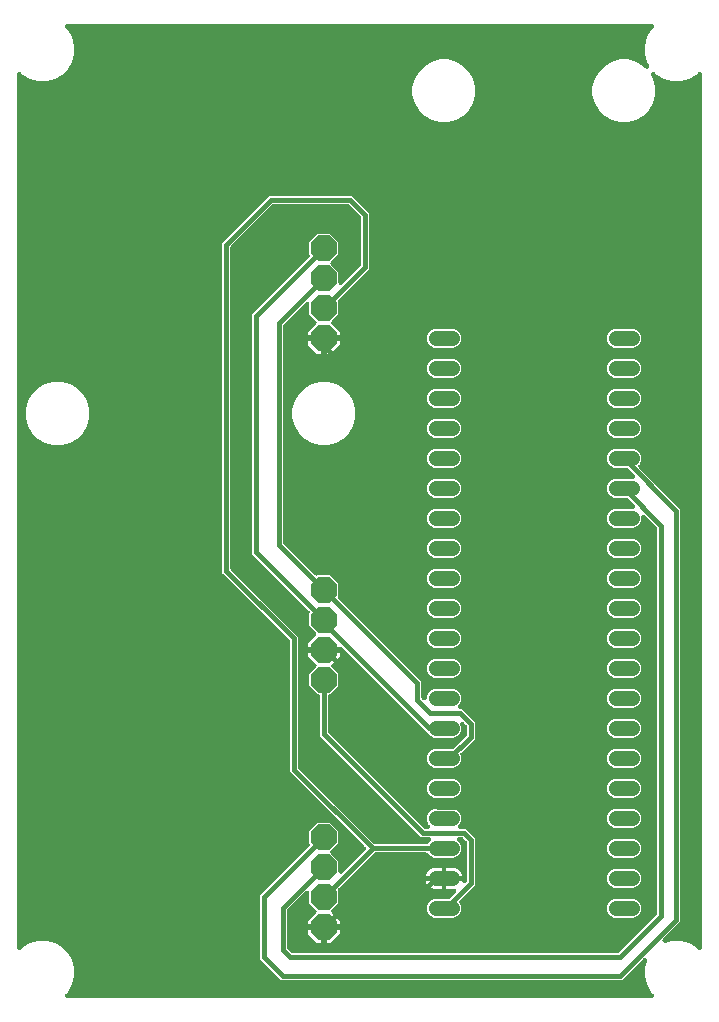
<source format=gbr>
G04 EAGLE Gerber RS-274X export*
G75*
%MOMM*%
%FSLAX34Y34*%
%LPD*%
%INBottom Copper*%
%IPPOS*%
%AMOC8*
5,1,8,0,0,1.08239X$1,22.5*%
G01*
%ADD10P,2.336880X8X22.500000*%
%ADD11C,1.308000*%
%ADD12C,0.381000*%

G36*
X547632Y10164D02*
X547632Y10164D01*
X547665Y10162D01*
X547826Y10184D01*
X547987Y10201D01*
X548018Y10211D01*
X548051Y10215D01*
X548204Y10270D01*
X548358Y10319D01*
X548387Y10335D01*
X548419Y10346D01*
X548557Y10430D01*
X548698Y10510D01*
X548723Y10532D01*
X548751Y10549D01*
X548870Y10660D01*
X548991Y10766D01*
X549012Y10793D01*
X549036Y10815D01*
X549129Y10948D01*
X549227Y11077D01*
X549241Y11107D01*
X549260Y11134D01*
X549324Y11283D01*
X549394Y11429D01*
X549402Y11461D01*
X549415Y11492D01*
X549448Y11651D01*
X549486Y11808D01*
X549487Y11841D01*
X549494Y11874D01*
X549493Y12036D01*
X549499Y12198D01*
X549493Y12230D01*
X549493Y12264D01*
X549459Y12422D01*
X549432Y12582D01*
X549420Y12612D01*
X549413Y12645D01*
X549348Y12794D01*
X549288Y12944D01*
X549270Y12972D01*
X549257Y13002D01*
X549206Y13069D01*
X549074Y13269D01*
X548990Y13353D01*
X548945Y13412D01*
X546983Y15374D01*
X543472Y21455D01*
X541654Y28239D01*
X541654Y35261D01*
X543262Y41261D01*
X543276Y41348D01*
X543299Y41432D01*
X543307Y41539D01*
X543324Y41646D01*
X543320Y41734D01*
X543326Y41821D01*
X543311Y41928D01*
X543306Y42036D01*
X543284Y42120D01*
X543272Y42207D01*
X543236Y42309D01*
X543209Y42413D01*
X543171Y42492D01*
X543141Y42574D01*
X543085Y42666D01*
X543038Y42763D01*
X542984Y42832D01*
X542939Y42907D01*
X542865Y42986D01*
X542798Y43071D01*
X542732Y43127D01*
X542672Y43191D01*
X542584Y43253D01*
X542501Y43323D01*
X542425Y43365D01*
X542353Y43416D01*
X542254Y43458D01*
X542159Y43510D01*
X542076Y43536D01*
X541996Y43570D01*
X541890Y43592D01*
X541786Y43623D01*
X541699Y43631D01*
X541614Y43649D01*
X541506Y43649D01*
X541398Y43658D01*
X541311Y43648D01*
X541224Y43648D01*
X541118Y43626D01*
X541011Y43613D01*
X540928Y43586D01*
X540843Y43568D01*
X540744Y43525D01*
X540641Y43491D01*
X540565Y43447D01*
X540485Y43412D01*
X540422Y43364D01*
X540304Y43295D01*
X540147Y43154D01*
X540076Y43101D01*
X524687Y27712D01*
X522121Y25145D01*
X233529Y25145D01*
X230963Y27712D01*
X215645Y43029D01*
X215645Y96671D01*
X218212Y99237D01*
X257392Y138417D01*
X257434Y138469D01*
X257482Y138514D01*
X257557Y138620D01*
X257638Y138720D01*
X257669Y138779D01*
X257707Y138833D01*
X257758Y138951D01*
X257817Y139066D01*
X257835Y139130D01*
X257861Y139191D01*
X257887Y139317D01*
X257922Y139441D01*
X257927Y139508D01*
X257940Y139573D01*
X257940Y139701D01*
X257949Y139830D01*
X257939Y139896D01*
X257939Y139963D01*
X257913Y140089D01*
X257895Y140216D01*
X257873Y140279D01*
X257859Y140344D01*
X257808Y140462D01*
X257764Y140583D01*
X257730Y140640D01*
X257703Y140701D01*
X257650Y140771D01*
X257561Y140916D01*
X257555Y140923D01*
X257555Y151153D01*
X264772Y158370D01*
X274978Y158370D01*
X282195Y151153D01*
X282195Y140947D01*
X275944Y134696D01*
X275902Y134645D01*
X275854Y134600D01*
X275779Y134494D01*
X275698Y134394D01*
X275668Y134335D01*
X275629Y134281D01*
X275578Y134162D01*
X275519Y134048D01*
X275501Y133984D01*
X275475Y133923D01*
X275449Y133797D01*
X275414Y133673D01*
X275410Y133606D01*
X275396Y133541D01*
X275396Y133412D01*
X275388Y133284D01*
X275397Y133218D01*
X275397Y133151D01*
X275423Y133025D01*
X275441Y132898D01*
X275463Y132835D01*
X275477Y132770D01*
X275529Y132652D01*
X275572Y132530D01*
X275606Y132474D01*
X275633Y132413D01*
X275686Y132343D01*
X275775Y132198D01*
X275891Y132073D01*
X275944Y132003D01*
X282195Y125753D01*
X282195Y117017D01*
X282198Y116984D01*
X282196Y116951D01*
X282218Y116791D01*
X282235Y116630D01*
X282245Y116598D01*
X282249Y116565D01*
X282304Y116412D01*
X282353Y116258D01*
X282369Y116229D01*
X282380Y116198D01*
X282464Y116060D01*
X282544Y115918D01*
X282566Y115893D01*
X282583Y115865D01*
X282694Y115747D01*
X282800Y115625D01*
X282827Y115605D01*
X282849Y115580D01*
X282982Y115487D01*
X283111Y115389D01*
X283141Y115375D01*
X283168Y115356D01*
X283317Y115292D01*
X283463Y115222D01*
X283495Y115215D01*
X283526Y115201D01*
X283685Y115169D01*
X283842Y115131D01*
X283875Y115129D01*
X283908Y115123D01*
X284070Y115123D01*
X284232Y115118D01*
X284264Y115123D01*
X284298Y115123D01*
X284456Y115157D01*
X284616Y115185D01*
X284646Y115197D01*
X284679Y115204D01*
X284828Y115269D01*
X284978Y115328D01*
X285006Y115346D01*
X285036Y115360D01*
X285103Y115410D01*
X285303Y115542D01*
X285387Y115627D01*
X285445Y115671D01*
X304953Y135178D01*
X304995Y135230D01*
X305044Y135275D01*
X305118Y135381D01*
X305199Y135481D01*
X305230Y135540D01*
X305268Y135594D01*
X305319Y135713D01*
X305378Y135827D01*
X305396Y135891D01*
X305423Y135952D01*
X305449Y136078D01*
X305483Y136202D01*
X305488Y136269D01*
X305501Y136334D01*
X305501Y136463D01*
X305510Y136591D01*
X305501Y136657D01*
X305500Y136724D01*
X305474Y136850D01*
X305456Y136977D01*
X305434Y137040D01*
X305420Y137105D01*
X305369Y137223D01*
X305325Y137345D01*
X305291Y137401D01*
X305264Y137462D01*
X305211Y137532D01*
X305123Y137677D01*
X305006Y137802D01*
X304953Y137871D01*
X241045Y201779D01*
X241045Y312116D01*
X241035Y312215D01*
X241035Y312314D01*
X241015Y312408D01*
X241005Y312503D01*
X240975Y312598D01*
X240955Y312696D01*
X240916Y312783D01*
X240887Y312875D01*
X240838Y312962D01*
X240799Y313053D01*
X240754Y313111D01*
X240696Y313215D01*
X240538Y313396D01*
X240488Y313462D01*
X183895Y370054D01*
X183895Y649121D01*
X224004Y689230D01*
X293521Y689230D01*
X308230Y674521D01*
X308230Y627229D01*
X305663Y624663D01*
X282358Y601358D01*
X282316Y601306D01*
X282268Y601261D01*
X282193Y601155D01*
X282112Y601055D01*
X282081Y600996D01*
X282043Y600942D01*
X281992Y600824D01*
X281933Y600709D01*
X281915Y600645D01*
X281889Y600584D01*
X281863Y600458D01*
X281828Y600334D01*
X281823Y600267D01*
X281810Y600202D01*
X281810Y600074D01*
X281801Y599945D01*
X281811Y599879D01*
X281811Y599812D01*
X281837Y599686D01*
X281855Y599559D01*
X281877Y599496D01*
X281891Y599431D01*
X281942Y599313D01*
X281986Y599192D01*
X282020Y599135D01*
X282047Y599074D01*
X282100Y599004D01*
X282189Y598859D01*
X282195Y598852D01*
X282195Y588622D01*
X276663Y583090D01*
X276621Y583038D01*
X276572Y582993D01*
X276498Y582887D01*
X276417Y582788D01*
X276386Y582729D01*
X276348Y582674D01*
X276297Y582556D01*
X276237Y582441D01*
X276219Y582377D01*
X276193Y582316D01*
X276167Y582190D01*
X276132Y582066D01*
X276128Y582000D01*
X276115Y581935D01*
X276115Y581806D01*
X276106Y581677D01*
X276115Y581611D01*
X276115Y581545D01*
X276142Y581419D01*
X276159Y581291D01*
X276182Y581228D01*
X276195Y581163D01*
X276247Y581045D01*
X276290Y580924D01*
X276325Y580867D01*
X276352Y580806D01*
X276405Y580736D01*
X276493Y580591D01*
X276610Y580467D01*
X276663Y580397D01*
X283211Y573849D01*
X283211Y570864D01*
X270510Y570864D01*
X270444Y570857D01*
X270378Y570860D01*
X270251Y570838D01*
X270122Y570824D01*
X270059Y570804D01*
X269994Y570793D01*
X269886Y570750D01*
X269876Y570755D01*
X269811Y570771D01*
X269749Y570795D01*
X269662Y570807D01*
X269497Y570847D01*
X269327Y570852D01*
X269240Y570864D01*
X256539Y570864D01*
X256539Y573849D01*
X263087Y580397D01*
X263129Y580448D01*
X263178Y580494D01*
X263252Y580599D01*
X263333Y580699D01*
X263364Y580758D01*
X263402Y580813D01*
X263453Y580931D01*
X263513Y581045D01*
X263530Y581109D01*
X263557Y581170D01*
X263583Y581297D01*
X263618Y581421D01*
X263622Y581487D01*
X263635Y581552D01*
X263635Y581681D01*
X263644Y581810D01*
X263635Y581875D01*
X263635Y581942D01*
X263608Y582068D01*
X263591Y582196D01*
X263568Y582258D01*
X263555Y582323D01*
X263503Y582441D01*
X263460Y582563D01*
X263425Y582620D01*
X263398Y582681D01*
X263345Y582750D01*
X263257Y582896D01*
X263140Y583020D01*
X263087Y583090D01*
X257555Y588622D01*
X257555Y597358D01*
X257552Y597391D01*
X257554Y597424D01*
X257532Y597584D01*
X257515Y597745D01*
X257505Y597777D01*
X257501Y597810D01*
X257446Y597963D01*
X257397Y598117D01*
X257381Y598146D01*
X257370Y598177D01*
X257286Y598315D01*
X257206Y598457D01*
X257184Y598482D01*
X257167Y598510D01*
X257056Y598628D01*
X256950Y598750D01*
X256923Y598770D01*
X256901Y598795D01*
X256768Y598888D01*
X256639Y598986D01*
X256609Y599000D01*
X256582Y599019D01*
X256433Y599083D01*
X256287Y599153D01*
X256255Y599160D01*
X256224Y599174D01*
X256065Y599206D01*
X255908Y599244D01*
X255875Y599246D01*
X255842Y599252D01*
X255680Y599252D01*
X255518Y599257D01*
X255486Y599252D01*
X255452Y599252D01*
X255294Y599218D01*
X255134Y599190D01*
X255104Y599178D01*
X255071Y599171D01*
X254922Y599106D01*
X254772Y599047D01*
X254744Y599029D01*
X254714Y599015D01*
X254647Y598965D01*
X254447Y598833D01*
X254363Y598748D01*
X254305Y598704D01*
X235762Y580162D01*
X235700Y580085D01*
X235629Y580014D01*
X235577Y579934D01*
X235517Y579860D01*
X235471Y579771D01*
X235416Y579688D01*
X235381Y579599D01*
X235337Y579514D01*
X235310Y579418D01*
X235274Y579325D01*
X235264Y579253D01*
X235232Y579138D01*
X235216Y578898D01*
X235205Y578816D01*
X235205Y395909D01*
X235215Y395810D01*
X235215Y395711D01*
X235235Y395617D01*
X235245Y395522D01*
X235275Y395427D01*
X235295Y395329D01*
X235334Y395242D01*
X235363Y395150D01*
X235412Y395063D01*
X235451Y394972D01*
X235496Y394914D01*
X235554Y394810D01*
X235712Y394629D01*
X235762Y394563D01*
X262242Y368083D01*
X262294Y368041D01*
X262339Y367993D01*
X262445Y367918D01*
X262545Y367837D01*
X262604Y367806D01*
X262658Y367768D01*
X262776Y367717D01*
X262891Y367658D01*
X262955Y367640D01*
X263016Y367614D01*
X263142Y367588D01*
X263266Y367553D01*
X263333Y367548D01*
X263398Y367535D01*
X263526Y367535D01*
X263655Y367526D01*
X263721Y367536D01*
X263788Y367536D01*
X263914Y367562D01*
X264041Y367580D01*
X264104Y367602D01*
X264169Y367616D01*
X264287Y367667D01*
X264408Y367711D01*
X264465Y367745D01*
X264526Y367772D01*
X264596Y367825D01*
X264741Y367914D01*
X264748Y367920D01*
X274978Y367920D01*
X282195Y360703D01*
X282195Y350460D01*
X282193Y350458D01*
X282112Y350358D01*
X282082Y350299D01*
X282043Y350245D01*
X281992Y350126D01*
X281933Y350012D01*
X281915Y349948D01*
X281889Y349887D01*
X281863Y349761D01*
X281828Y349636D01*
X281823Y349570D01*
X281810Y349505D01*
X281810Y349376D01*
X281801Y349248D01*
X281811Y349182D01*
X281811Y349115D01*
X281837Y348989D01*
X281855Y348861D01*
X281877Y348799D01*
X281891Y348734D01*
X281942Y348616D01*
X281986Y348494D01*
X282020Y348437D01*
X282047Y348377D01*
X282100Y348307D01*
X282189Y348161D01*
X282305Y348037D01*
X282358Y347967D01*
X349479Y280846D01*
X352046Y278280D01*
X352046Y264780D01*
X352056Y264681D01*
X352056Y264582D01*
X352076Y264488D01*
X352086Y264392D01*
X352116Y264297D01*
X352136Y264200D01*
X352175Y264112D01*
X352204Y264021D01*
X352252Y263934D01*
X352292Y263843D01*
X352337Y263785D01*
X352395Y263681D01*
X352553Y263500D01*
X352603Y263434D01*
X353619Y262418D01*
X353645Y262396D01*
X353667Y262371D01*
X353796Y262274D01*
X353922Y262172D01*
X353951Y262156D01*
X353978Y262136D01*
X354124Y262067D01*
X354268Y261992D01*
X354300Y261983D01*
X354330Y261969D01*
X354487Y261931D01*
X354643Y261887D01*
X354677Y261885D01*
X354709Y261877D01*
X354871Y261872D01*
X355032Y261861D01*
X355065Y261866D01*
X355099Y261864D01*
X355258Y261892D01*
X355418Y261914D01*
X355450Y261925D01*
X355483Y261931D01*
X355633Y261991D01*
X355786Y262045D01*
X355814Y262063D01*
X355845Y262075D01*
X355980Y262164D01*
X356118Y262248D01*
X356143Y262271D01*
X356171Y262289D01*
X356285Y262404D01*
X356403Y262514D01*
X356422Y262542D01*
X356446Y262565D01*
X356534Y262701D01*
X356627Y262833D01*
X356641Y262864D01*
X356659Y262892D01*
X356718Y263042D01*
X356782Y263191D01*
X356789Y263224D01*
X356801Y263255D01*
X356812Y263337D01*
X356861Y263573D01*
X356860Y263692D01*
X356870Y263764D01*
X356870Y265129D01*
X358098Y268093D01*
X360367Y270362D01*
X363331Y271590D01*
X379619Y271590D01*
X382583Y270362D01*
X384852Y268093D01*
X386080Y265129D01*
X386080Y261921D01*
X384852Y258957D01*
X383845Y257950D01*
X383824Y257924D01*
X383799Y257902D01*
X383701Y257773D01*
X383599Y257647D01*
X383583Y257618D01*
X383563Y257591D01*
X383494Y257445D01*
X383420Y257301D01*
X383411Y257269D01*
X383396Y257239D01*
X383358Y257082D01*
X383315Y256926D01*
X383312Y256892D01*
X383304Y256860D01*
X383299Y256698D01*
X383288Y256537D01*
X383293Y256504D01*
X383292Y256470D01*
X383319Y256311D01*
X383342Y256151D01*
X383353Y256119D01*
X383358Y256086D01*
X383418Y255936D01*
X383472Y255783D01*
X383490Y255755D01*
X383502Y255724D01*
X383591Y255589D01*
X383675Y255451D01*
X383698Y255426D01*
X383716Y255398D01*
X383831Y255284D01*
X383942Y255166D01*
X383969Y255147D01*
X383992Y255123D01*
X384128Y255035D01*
X384260Y254942D01*
X384291Y254928D01*
X384319Y254910D01*
X384469Y254851D01*
X384618Y254787D01*
X384651Y254780D01*
X384682Y254768D01*
X384764Y254757D01*
X385000Y254708D01*
X385119Y254709D01*
X385191Y254699D01*
X386740Y254699D01*
X397764Y243675D01*
X397764Y229400D01*
X395197Y226833D01*
X385987Y217624D01*
X385935Y217559D01*
X385875Y217502D01*
X385812Y217408D01*
X385741Y217321D01*
X385703Y217248D01*
X385657Y217179D01*
X385614Y217075D01*
X385562Y216975D01*
X385540Y216895D01*
X385508Y216819D01*
X385487Y216708D01*
X385457Y216600D01*
X385452Y216517D01*
X385436Y216435D01*
X385438Y216323D01*
X385431Y216211D01*
X385442Y216129D01*
X385444Y216046D01*
X385465Y215967D01*
X385484Y215825D01*
X385552Y215635D01*
X385575Y215549D01*
X386080Y214329D01*
X386080Y211121D01*
X384852Y208157D01*
X382583Y205888D01*
X379619Y204660D01*
X363331Y204660D01*
X360367Y205888D01*
X358098Y208157D01*
X356870Y211121D01*
X356870Y214329D01*
X358098Y217293D01*
X360367Y219562D01*
X363331Y220790D01*
X378664Y220790D01*
X378763Y220800D01*
X378863Y220800D01*
X378956Y220820D01*
X379052Y220830D01*
X379146Y220860D01*
X379244Y220880D01*
X379332Y220919D01*
X379423Y220948D01*
X379510Y220997D01*
X379601Y221036D01*
X379659Y221081D01*
X379763Y221139D01*
X379944Y221297D01*
X380010Y221347D01*
X390347Y231684D01*
X390409Y231761D01*
X390480Y231831D01*
X390532Y231912D01*
X390592Y231986D01*
X390638Y232074D01*
X390693Y232158D01*
X390728Y232247D01*
X390772Y232332D01*
X390799Y232428D01*
X390835Y232521D01*
X390845Y232593D01*
X390877Y232707D01*
X390893Y232947D01*
X390904Y233030D01*
X390904Y240045D01*
X390894Y240144D01*
X390894Y240243D01*
X390874Y240337D01*
X390864Y240433D01*
X390834Y240527D01*
X390814Y240625D01*
X390775Y240713D01*
X390746Y240804D01*
X390698Y240891D01*
X390658Y240982D01*
X390613Y241040D01*
X390555Y241144D01*
X390397Y241325D01*
X390347Y241391D01*
X388657Y243081D01*
X388644Y243092D01*
X388633Y243105D01*
X388493Y243214D01*
X388354Y243327D01*
X388339Y243335D01*
X388326Y243345D01*
X388167Y243424D01*
X388008Y243507D01*
X387992Y243511D01*
X387977Y243518D01*
X387805Y243563D01*
X387633Y243612D01*
X387616Y243613D01*
X387600Y243617D01*
X387421Y243626D01*
X387244Y243638D01*
X387227Y243636D01*
X387211Y243636D01*
X387034Y243609D01*
X386858Y243585D01*
X386842Y243579D01*
X386826Y243576D01*
X386658Y243513D01*
X386491Y243454D01*
X386476Y243445D01*
X386461Y243439D01*
X386310Y243344D01*
X386158Y243251D01*
X386146Y243239D01*
X386131Y243230D01*
X386003Y243106D01*
X385873Y242984D01*
X385864Y242971D01*
X385852Y242959D01*
X385751Y242811D01*
X385649Y242666D01*
X385642Y242650D01*
X385633Y242637D01*
X385565Y242471D01*
X385494Y242308D01*
X385491Y242292D01*
X385484Y242276D01*
X385451Y242101D01*
X385415Y241926D01*
X385416Y241909D01*
X385412Y241893D01*
X385416Y241715D01*
X385416Y241536D01*
X385420Y241520D01*
X385420Y241503D01*
X385436Y241444D01*
X385496Y241155D01*
X385535Y241067D01*
X385551Y241006D01*
X386080Y239729D01*
X386080Y236521D01*
X384852Y233557D01*
X382583Y231288D01*
X379619Y230060D01*
X363331Y230060D01*
X360367Y231288D01*
X358098Y233557D01*
X357964Y233881D01*
X357909Y233983D01*
X357862Y234089D01*
X357824Y234139D01*
X357779Y234224D01*
X357589Y234449D01*
X357551Y234499D01*
X354788Y237262D01*
X354787Y237262D01*
X285268Y306782D01*
X285191Y306844D01*
X285120Y306915D01*
X285040Y306967D01*
X284966Y307027D01*
X284877Y307073D01*
X284794Y307128D01*
X284705Y307163D01*
X284620Y307207D01*
X284524Y307234D01*
X284431Y307270D01*
X284359Y307280D01*
X284244Y307312D01*
X284004Y307328D01*
X283922Y307339D01*
X270510Y307339D01*
X270444Y307332D01*
X270378Y307335D01*
X270251Y307313D01*
X270122Y307299D01*
X270059Y307279D01*
X269994Y307268D01*
X269886Y307225D01*
X269876Y307230D01*
X269811Y307246D01*
X269749Y307270D01*
X269662Y307282D01*
X269497Y307322D01*
X269327Y307327D01*
X269240Y307339D01*
X256539Y307339D01*
X256539Y310324D01*
X263087Y316872D01*
X263129Y316923D01*
X263178Y316969D01*
X263252Y317074D01*
X263333Y317174D01*
X263364Y317233D01*
X263402Y317288D01*
X263453Y317406D01*
X263513Y317520D01*
X263530Y317584D01*
X263557Y317645D01*
X263583Y317772D01*
X263618Y317896D01*
X263622Y317962D01*
X263635Y318027D01*
X263635Y318156D01*
X263644Y318285D01*
X263635Y318350D01*
X263635Y318417D01*
X263608Y318543D01*
X263591Y318671D01*
X263568Y318733D01*
X263555Y318798D01*
X263503Y318917D01*
X263460Y319038D01*
X263425Y319095D01*
X263398Y319156D01*
X263345Y319225D01*
X263257Y319371D01*
X263140Y319495D01*
X263087Y319565D01*
X257555Y325097D01*
X257555Y335340D01*
X257557Y335342D01*
X257638Y335442D01*
X257668Y335501D01*
X257707Y335555D01*
X257758Y335674D01*
X257817Y335788D01*
X257835Y335852D01*
X257861Y335913D01*
X257887Y336039D01*
X257922Y336164D01*
X257927Y336230D01*
X257940Y336295D01*
X257940Y336424D01*
X257949Y336552D01*
X257939Y336618D01*
X257939Y336685D01*
X257913Y336811D01*
X257895Y336939D01*
X257873Y337001D01*
X257859Y337066D01*
X257808Y337184D01*
X257764Y337306D01*
X257730Y337363D01*
X257703Y337423D01*
X257650Y337493D01*
X257561Y337639D01*
X257445Y337763D01*
X257392Y337833D01*
X209295Y385929D01*
X209295Y588796D01*
X211862Y591362D01*
X257392Y636892D01*
X257434Y636944D01*
X257482Y636989D01*
X257557Y637095D01*
X257638Y637195D01*
X257669Y637254D01*
X257707Y637308D01*
X257758Y637426D01*
X257817Y637541D01*
X257835Y637605D01*
X257861Y637666D01*
X257887Y637792D01*
X257922Y637916D01*
X257927Y637983D01*
X257940Y638048D01*
X257940Y638176D01*
X257949Y638305D01*
X257939Y638371D01*
X257939Y638438D01*
X257913Y638564D01*
X257895Y638691D01*
X257873Y638754D01*
X257859Y638819D01*
X257808Y638937D01*
X257764Y639058D01*
X257730Y639115D01*
X257703Y639176D01*
X257650Y639246D01*
X257561Y639391D01*
X257555Y639398D01*
X257555Y649628D01*
X264772Y656845D01*
X274978Y656845D01*
X282195Y649628D01*
X282195Y639422D01*
X275944Y633172D01*
X275902Y633120D01*
X275854Y633075D01*
X275779Y632969D01*
X275698Y632869D01*
X275668Y632810D01*
X275629Y632756D01*
X275578Y632637D01*
X275519Y632523D01*
X275501Y632459D01*
X275475Y632398D01*
X275449Y632272D01*
X275414Y632148D01*
X275410Y632081D01*
X275396Y632016D01*
X275396Y631887D01*
X275388Y631759D01*
X275397Y631693D01*
X275397Y631626D01*
X275423Y631500D01*
X275441Y631373D01*
X275463Y631310D01*
X275477Y631245D01*
X275529Y631127D01*
X275572Y631005D01*
X275606Y630949D01*
X275633Y630888D01*
X275686Y630818D01*
X275775Y630673D01*
X275891Y630548D01*
X275944Y630479D01*
X282195Y624228D01*
X282195Y615492D01*
X282198Y615459D01*
X282196Y615426D01*
X282218Y615266D01*
X282235Y615105D01*
X282245Y615073D01*
X282249Y615040D01*
X282304Y614887D01*
X282353Y614733D01*
X282369Y614704D01*
X282380Y614673D01*
X282464Y614535D01*
X282544Y614393D01*
X282566Y614368D01*
X282583Y614340D01*
X282694Y614222D01*
X282800Y614100D01*
X282827Y614080D01*
X282849Y614055D01*
X282982Y613962D01*
X283111Y613864D01*
X283141Y613850D01*
X283168Y613831D01*
X283317Y613767D01*
X283463Y613697D01*
X283495Y613690D01*
X283526Y613676D01*
X283685Y613644D01*
X283842Y613606D01*
X283875Y613604D01*
X283908Y613598D01*
X284070Y613598D01*
X284232Y613593D01*
X284264Y613598D01*
X284298Y613598D01*
X284456Y613632D01*
X284616Y613660D01*
X284646Y613672D01*
X284679Y613679D01*
X284828Y613744D01*
X284978Y613803D01*
X285006Y613821D01*
X285036Y613835D01*
X285103Y613885D01*
X285303Y614017D01*
X285387Y614102D01*
X285445Y614146D01*
X300813Y629513D01*
X300875Y629590D01*
X300946Y629661D01*
X300998Y629741D01*
X301058Y629815D01*
X301104Y629904D01*
X301159Y629987D01*
X301194Y630076D01*
X301238Y630161D01*
X301265Y630257D01*
X301301Y630350D01*
X301311Y630422D01*
X301343Y630537D01*
X301359Y630777D01*
X301370Y630859D01*
X301370Y670891D01*
X301360Y670990D01*
X301360Y671089D01*
X301340Y671183D01*
X301330Y671278D01*
X301300Y671373D01*
X301280Y671471D01*
X301241Y671558D01*
X301212Y671650D01*
X301163Y671737D01*
X301124Y671828D01*
X301079Y671886D01*
X301021Y671990D01*
X300915Y672111D01*
X300896Y672140D01*
X300856Y672180D01*
X300813Y672237D01*
X291237Y681813D01*
X291160Y681875D01*
X291089Y681946D01*
X291009Y681998D01*
X290935Y682058D01*
X290846Y682104D01*
X290763Y682159D01*
X290674Y682194D01*
X290589Y682238D01*
X290493Y682265D01*
X290400Y682301D01*
X290328Y682311D01*
X290213Y682343D01*
X289973Y682359D01*
X289891Y682370D01*
X227634Y682370D01*
X227535Y682360D01*
X227436Y682360D01*
X227342Y682340D01*
X227247Y682330D01*
X227152Y682300D01*
X227054Y682280D01*
X226967Y682241D01*
X226875Y682212D01*
X226788Y682163D01*
X226697Y682124D01*
X226639Y682079D01*
X226535Y682021D01*
X226354Y681863D01*
X226288Y681813D01*
X191312Y646837D01*
X191250Y646760D01*
X191179Y646689D01*
X191127Y646609D01*
X191067Y646535D01*
X191021Y646446D01*
X190966Y646363D01*
X190931Y646274D01*
X190887Y646189D01*
X190860Y646093D01*
X190824Y646000D01*
X190814Y645928D01*
X190782Y645813D01*
X190766Y645573D01*
X190755Y645491D01*
X190755Y373684D01*
X190765Y373585D01*
X190765Y373486D01*
X190785Y373392D01*
X190795Y373297D01*
X190825Y373202D01*
X190845Y373104D01*
X190884Y373017D01*
X190913Y372925D01*
X190962Y372838D01*
X191001Y372747D01*
X191046Y372689D01*
X191104Y372585D01*
X191262Y372404D01*
X191312Y372338D01*
X247905Y315746D01*
X247905Y205409D01*
X247915Y205310D01*
X247915Y205211D01*
X247935Y205117D01*
X247945Y205022D01*
X247975Y204927D01*
X247995Y204829D01*
X248034Y204742D01*
X248063Y204650D01*
X248112Y204563D01*
X248151Y204472D01*
X248196Y204414D01*
X248254Y204310D01*
X248412Y204129D01*
X248462Y204063D01*
X312013Y140512D01*
X312090Y140450D01*
X312161Y140379D01*
X312241Y140327D01*
X312315Y140267D01*
X312404Y140221D01*
X312487Y140166D01*
X312576Y140131D01*
X312661Y140087D01*
X312757Y140060D01*
X312850Y140024D01*
X312922Y140014D01*
X313037Y139982D01*
X313277Y139966D01*
X313359Y139955D01*
X356354Y139955D01*
X356437Y139963D01*
X356520Y139962D01*
X356630Y139983D01*
X356742Y139995D01*
X356821Y140020D01*
X356903Y140035D01*
X357006Y140079D01*
X357113Y140113D01*
X357186Y140153D01*
X357262Y140185D01*
X357355Y140249D01*
X357453Y140304D01*
X357516Y140358D01*
X357584Y140405D01*
X357662Y140486D01*
X357747Y140560D01*
X357797Y140626D01*
X357854Y140686D01*
X357896Y140757D01*
X357982Y140871D01*
X358068Y141053D01*
X358083Y141078D01*
X359993Y142988D01*
X360014Y143014D01*
X360039Y143036D01*
X360137Y143165D01*
X360239Y143291D01*
X360255Y143320D01*
X360275Y143347D01*
X360344Y143493D01*
X360418Y143637D01*
X360427Y143669D01*
X360442Y143699D01*
X360480Y143856D01*
X360523Y144012D01*
X360526Y144046D01*
X360534Y144078D01*
X360539Y144240D01*
X360550Y144401D01*
X360545Y144434D01*
X360546Y144468D01*
X360519Y144627D01*
X360496Y144787D01*
X360485Y144819D01*
X360480Y144852D01*
X360420Y145002D01*
X360366Y145155D01*
X360348Y145183D01*
X360336Y145214D01*
X360247Y145349D01*
X360163Y145487D01*
X360140Y145512D01*
X360122Y145540D01*
X360007Y145654D01*
X359896Y145772D01*
X359869Y145791D01*
X359846Y145815D01*
X359710Y145903D01*
X359578Y145996D01*
X359547Y146009D01*
X359519Y146028D01*
X359368Y146087D01*
X359220Y146151D01*
X359187Y146158D01*
X359156Y146170D01*
X359074Y146181D01*
X358838Y146230D01*
X358719Y146229D01*
X358647Y146239D01*
X352147Y146239D01*
X266445Y231941D01*
X266445Y265176D01*
X266438Y265242D01*
X266441Y265309D01*
X266419Y265436D01*
X266405Y265564D01*
X266385Y265627D01*
X266374Y265693D01*
X266326Y265812D01*
X266287Y265935D01*
X266255Y265993D01*
X266230Y266055D01*
X266159Y266162D01*
X266096Y266275D01*
X266052Y266325D01*
X266016Y266381D01*
X265925Y266472D01*
X265840Y266569D01*
X265787Y266609D01*
X265740Y266656D01*
X265632Y266726D01*
X265529Y266804D01*
X265469Y266832D01*
X265413Y266869D01*
X265293Y266916D01*
X265177Y266971D01*
X265112Y266987D01*
X265050Y267011D01*
X264964Y267023D01*
X264798Y267063D01*
X264789Y267063D01*
X257555Y274297D01*
X257555Y284503D01*
X263087Y290035D01*
X263129Y290087D01*
X263178Y290132D01*
X263252Y290238D01*
X263333Y290337D01*
X263364Y290396D01*
X263402Y290451D01*
X263453Y290569D01*
X263513Y290684D01*
X263531Y290748D01*
X263557Y290809D01*
X263583Y290935D01*
X263618Y291059D01*
X263622Y291125D01*
X263635Y291190D01*
X263635Y291319D01*
X263644Y291448D01*
X263635Y291514D01*
X263635Y291580D01*
X263608Y291706D01*
X263591Y291834D01*
X263568Y291897D01*
X263555Y291962D01*
X263503Y292080D01*
X263460Y292201D01*
X263425Y292258D01*
X263398Y292319D01*
X263345Y292389D01*
X263257Y292534D01*
X263140Y292658D01*
X263087Y292728D01*
X256539Y299276D01*
X256539Y302261D01*
X269240Y302261D01*
X269306Y302268D01*
X269372Y302265D01*
X269499Y302287D01*
X269628Y302301D01*
X269691Y302321D01*
X269756Y302332D01*
X269864Y302375D01*
X269874Y302370D01*
X269939Y302354D01*
X270001Y302330D01*
X270088Y302318D01*
X270253Y302278D01*
X270423Y302273D01*
X270510Y302261D01*
X283211Y302261D01*
X283211Y299276D01*
X276663Y292728D01*
X276621Y292677D01*
X276572Y292631D01*
X276498Y292526D01*
X276417Y292426D01*
X276386Y292367D01*
X276348Y292312D01*
X276297Y292194D01*
X276237Y292080D01*
X276220Y292016D01*
X276193Y291955D01*
X276167Y291828D01*
X276132Y291704D01*
X276128Y291638D01*
X276115Y291573D01*
X276115Y291444D01*
X276106Y291315D01*
X276115Y291250D01*
X276115Y291183D01*
X276142Y291057D01*
X276159Y290929D01*
X276182Y290867D01*
X276195Y290802D01*
X276247Y290683D01*
X276290Y290562D01*
X276325Y290505D01*
X276352Y290444D01*
X276405Y290375D01*
X276493Y290229D01*
X276610Y290105D01*
X276663Y290035D01*
X282195Y284503D01*
X282195Y274297D01*
X274952Y267054D01*
X274949Y267054D01*
X274821Y267040D01*
X274758Y267020D01*
X274692Y267009D01*
X274573Y266961D01*
X274450Y266922D01*
X274392Y266890D01*
X274330Y266865D01*
X274223Y266794D01*
X274110Y266731D01*
X274060Y266687D01*
X274004Y266651D01*
X273913Y266560D01*
X273816Y266475D01*
X273776Y266422D01*
X273729Y266375D01*
X273659Y266267D01*
X273581Y266164D01*
X273553Y266104D01*
X273516Y266048D01*
X273469Y265928D01*
X273414Y265812D01*
X273398Y265747D01*
X273374Y265685D01*
X273362Y265599D01*
X273322Y265433D01*
X273317Y265263D01*
X273305Y265176D01*
X273305Y235571D01*
X273315Y235472D01*
X273315Y235373D01*
X273335Y235279D01*
X273345Y235183D01*
X273375Y235089D01*
X273395Y234991D01*
X273434Y234903D01*
X273463Y234812D01*
X273512Y234725D01*
X273551Y234634D01*
X273596Y234576D01*
X273654Y234472D01*
X273812Y234291D01*
X273862Y234225D01*
X354431Y153656D01*
X354508Y153594D01*
X354578Y153523D01*
X354659Y153471D01*
X354733Y153411D01*
X354821Y153365D01*
X354905Y153310D01*
X354994Y153275D01*
X355079Y153231D01*
X355175Y153204D01*
X355268Y153168D01*
X355340Y153158D01*
X355455Y153126D01*
X355694Y153110D01*
X355777Y153099D01*
X357759Y153099D01*
X357792Y153102D01*
X357825Y153100D01*
X357986Y153122D01*
X358147Y153139D01*
X358178Y153149D01*
X358211Y153153D01*
X358364Y153208D01*
X358518Y153257D01*
X358547Y153273D01*
X358578Y153284D01*
X358717Y153369D01*
X358858Y153448D01*
X358883Y153470D01*
X358911Y153487D01*
X359029Y153598D01*
X359151Y153704D01*
X359171Y153731D01*
X359196Y153753D01*
X359289Y153886D01*
X359387Y154015D01*
X359401Y154045D01*
X359420Y154072D01*
X359484Y154221D01*
X359554Y154367D01*
X359562Y154399D01*
X359575Y154430D01*
X359607Y154589D01*
X359646Y154746D01*
X359647Y154779D01*
X359653Y154812D01*
X359653Y154974D01*
X359658Y155136D01*
X359653Y155168D01*
X359653Y155202D01*
X359619Y155360D01*
X359592Y155520D01*
X359579Y155550D01*
X359573Y155583D01*
X359507Y155732D01*
X359448Y155882D01*
X359430Y155910D01*
X359416Y155940D01*
X359366Y156007D01*
X359234Y156207D01*
X359149Y156291D01*
X359105Y156350D01*
X358098Y157357D01*
X356870Y160321D01*
X356870Y163529D01*
X358098Y166493D01*
X360367Y168762D01*
X363331Y169990D01*
X379619Y169990D01*
X382583Y168762D01*
X384852Y166493D01*
X386080Y163529D01*
X386080Y160321D01*
X384852Y157357D01*
X383845Y156350D01*
X383824Y156324D01*
X383799Y156302D01*
X383701Y156173D01*
X383599Y156047D01*
X383583Y156018D01*
X383563Y155991D01*
X383494Y155845D01*
X383420Y155701D01*
X383411Y155669D01*
X383396Y155639D01*
X383358Y155482D01*
X383315Y155326D01*
X383312Y155292D01*
X383304Y155260D01*
X383299Y155098D01*
X383288Y154937D01*
X383293Y154904D01*
X383292Y154870D01*
X383319Y154711D01*
X383342Y154551D01*
X383353Y154519D01*
X383358Y154486D01*
X383418Y154336D01*
X383472Y154183D01*
X383490Y154155D01*
X383502Y154124D01*
X383591Y153989D01*
X383675Y153851D01*
X383698Y153826D01*
X383716Y153798D01*
X383831Y153684D01*
X383942Y153566D01*
X383969Y153547D01*
X383992Y153523D01*
X384128Y153435D01*
X384260Y153342D01*
X384291Y153328D01*
X384319Y153310D01*
X384469Y153251D01*
X384618Y153187D01*
X384651Y153180D01*
X384682Y153168D01*
X384764Y153157D01*
X385000Y153108D01*
X385119Y153109D01*
X385191Y153099D01*
X389915Y153099D01*
X392482Y150532D01*
X395197Y147817D01*
X397764Y145250D01*
X397764Y105575D01*
X395197Y103008D01*
X385013Y92825D01*
X384972Y92773D01*
X384923Y92728D01*
X384849Y92622D01*
X384768Y92522D01*
X384737Y92463D01*
X384699Y92409D01*
X384648Y92291D01*
X384588Y92176D01*
X384570Y92112D01*
X384544Y92051D01*
X384518Y91925D01*
X384483Y91801D01*
X384479Y91735D01*
X384465Y91669D01*
X384466Y91541D01*
X384457Y91412D01*
X384466Y91346D01*
X384466Y91280D01*
X384493Y91153D01*
X384510Y91026D01*
X384533Y90963D01*
X384546Y90898D01*
X384598Y90780D01*
X384641Y90659D01*
X384676Y90602D01*
X384702Y90541D01*
X384755Y90471D01*
X384827Y90355D01*
X386080Y87329D01*
X386080Y84121D01*
X384852Y81157D01*
X382583Y78888D01*
X379619Y77660D01*
X363331Y77660D01*
X360367Y78888D01*
X358098Y81157D01*
X356870Y84121D01*
X356870Y87329D01*
X358098Y90293D01*
X360367Y92562D01*
X363331Y93790D01*
X375489Y93790D01*
X375588Y93800D01*
X375688Y93800D01*
X375781Y93820D01*
X375877Y93830D01*
X375971Y93860D01*
X376069Y93880D01*
X376157Y93919D01*
X376248Y93948D01*
X376335Y93997D01*
X376426Y94036D01*
X376484Y94081D01*
X376588Y94139D01*
X376769Y94297D01*
X376835Y94347D01*
X381480Y98992D01*
X381594Y99133D01*
X381712Y99274D01*
X381718Y99285D01*
X381726Y99295D01*
X381810Y99456D01*
X381896Y99618D01*
X381900Y99630D01*
X381905Y99641D01*
X381954Y99816D01*
X382006Y99991D01*
X382007Y100004D01*
X382010Y100016D01*
X382023Y100197D01*
X382037Y100380D01*
X382036Y100393D01*
X382037Y100405D01*
X382012Y100585D01*
X381989Y100767D01*
X381985Y100779D01*
X381983Y100791D01*
X381922Y100963D01*
X381863Y101136D01*
X381857Y101146D01*
X381852Y101158D01*
X381757Y101314D01*
X381665Y101471D01*
X381656Y101480D01*
X381650Y101491D01*
X381525Y101624D01*
X381402Y101759D01*
X381392Y101766D01*
X381383Y101776D01*
X381234Y101881D01*
X381086Y101988D01*
X381075Y101993D01*
X381064Y102000D01*
X380897Y102072D01*
X380730Y102147D01*
X380718Y102150D01*
X380707Y102155D01*
X380528Y102191D01*
X380350Y102231D01*
X380339Y102230D01*
X380325Y102233D01*
X379935Y102233D01*
X379877Y102220D01*
X379836Y102219D01*
X378730Y102044D01*
X373474Y102044D01*
X373474Y109126D01*
X386911Y109126D01*
X386911Y109121D01*
X386898Y108940D01*
X386900Y108928D01*
X386899Y108915D01*
X386927Y108735D01*
X386952Y108554D01*
X386956Y108542D01*
X386958Y108530D01*
X387021Y108359D01*
X387082Y108187D01*
X387089Y108176D01*
X387093Y108164D01*
X387190Y108010D01*
X387285Y107854D01*
X387294Y107845D01*
X387301Y107834D01*
X387428Y107702D01*
X387552Y107569D01*
X387562Y107562D01*
X387571Y107553D01*
X387721Y107451D01*
X387871Y107345D01*
X387882Y107340D01*
X387892Y107333D01*
X388061Y107263D01*
X388228Y107190D01*
X388241Y107188D01*
X388252Y107183D01*
X388432Y107149D01*
X388610Y107112D01*
X388623Y107112D01*
X388635Y107109D01*
X388817Y107112D01*
X389000Y107113D01*
X389012Y107115D01*
X389025Y107115D01*
X389202Y107155D01*
X389381Y107193D01*
X389393Y107198D01*
X389405Y107200D01*
X389571Y107275D01*
X389739Y107349D01*
X389747Y107355D01*
X389760Y107361D01*
X390075Y107591D01*
X390115Y107635D01*
X390148Y107660D01*
X390347Y107859D01*
X390359Y107874D01*
X390369Y107883D01*
X390408Y107935D01*
X390409Y107936D01*
X390480Y108006D01*
X390532Y108087D01*
X390592Y108161D01*
X390638Y108249D01*
X390693Y108333D01*
X390728Y108422D01*
X390772Y108507D01*
X390799Y108603D01*
X390835Y108696D01*
X390845Y108768D01*
X390877Y108883D01*
X390893Y109122D01*
X390904Y109205D01*
X390904Y141620D01*
X390899Y141670D01*
X390900Y141687D01*
X390894Y141718D01*
X390894Y141719D01*
X390894Y141819D01*
X390874Y141912D01*
X390864Y142008D01*
X390834Y142102D01*
X390814Y142200D01*
X390775Y142288D01*
X390746Y142379D01*
X390698Y142466D01*
X390658Y142557D01*
X390613Y142615D01*
X390555Y142719D01*
X390397Y142900D01*
X390347Y142966D01*
X387631Y145682D01*
X387554Y145744D01*
X387484Y145815D01*
X387403Y145867D01*
X387329Y145927D01*
X387241Y145973D01*
X387157Y146028D01*
X387068Y146063D01*
X386983Y146107D01*
X386887Y146134D01*
X386794Y146170D01*
X386722Y146180D01*
X386607Y146212D01*
X386368Y146228D01*
X386285Y146239D01*
X384303Y146239D01*
X384270Y146236D01*
X384237Y146238D01*
X384076Y146216D01*
X383915Y146199D01*
X383884Y146189D01*
X383851Y146185D01*
X383698Y146130D01*
X383544Y146081D01*
X383515Y146065D01*
X383484Y146054D01*
X383345Y145970D01*
X383204Y145890D01*
X383179Y145868D01*
X383151Y145851D01*
X383032Y145740D01*
X382911Y145634D01*
X382891Y145607D01*
X382866Y145585D01*
X382773Y145452D01*
X382675Y145323D01*
X382661Y145293D01*
X382642Y145266D01*
X382578Y145117D01*
X382508Y144971D01*
X382500Y144939D01*
X382487Y144908D01*
X382455Y144749D01*
X382416Y144592D01*
X382415Y144559D01*
X382409Y144526D01*
X382409Y144364D01*
X382404Y144202D01*
X382409Y144170D01*
X382409Y144136D01*
X382443Y143978D01*
X382470Y143818D01*
X382483Y143788D01*
X382489Y143755D01*
X382555Y143606D01*
X382614Y143456D01*
X382632Y143428D01*
X382646Y143398D01*
X382696Y143331D01*
X382828Y143131D01*
X382913Y143047D01*
X382957Y142988D01*
X384852Y141093D01*
X386080Y138129D01*
X386080Y134921D01*
X384852Y131957D01*
X382583Y129688D01*
X379619Y128460D01*
X363331Y128460D01*
X360367Y129688D01*
X358088Y131967D01*
X358074Y131993D01*
X358043Y132070D01*
X357982Y132164D01*
X357928Y132263D01*
X357875Y132326D01*
X357829Y132396D01*
X357749Y132475D01*
X357677Y132561D01*
X357612Y132612D01*
X357553Y132671D01*
X357459Y132732D01*
X357370Y132801D01*
X357296Y132838D01*
X357226Y132884D01*
X357122Y132925D01*
X357021Y132975D01*
X356941Y132996D01*
X356863Y133026D01*
X356783Y133037D01*
X356644Y133073D01*
X356443Y133083D01*
X356354Y133095D01*
X313359Y133095D01*
X313260Y133085D01*
X313161Y133085D01*
X313067Y133065D01*
X312972Y133055D01*
X312877Y133025D01*
X312779Y133005D01*
X312692Y132966D01*
X312600Y132937D01*
X312513Y132888D01*
X312422Y132849D01*
X312364Y132804D01*
X312260Y132746D01*
X312079Y132588D01*
X312013Y132538D01*
X282358Y102883D01*
X282347Y102869D01*
X282341Y102864D01*
X282316Y102831D01*
X282268Y102786D01*
X282193Y102680D01*
X282112Y102580D01*
X282081Y102521D01*
X282043Y102467D01*
X281992Y102348D01*
X281933Y102234D01*
X281915Y102170D01*
X281889Y102109D01*
X281863Y101983D01*
X281828Y101859D01*
X281823Y101792D01*
X281810Y101727D01*
X281810Y101599D01*
X281801Y101470D01*
X281811Y101404D01*
X281811Y101337D01*
X281837Y101211D01*
X281855Y101084D01*
X281877Y101021D01*
X281891Y100956D01*
X281942Y100838D01*
X281986Y100717D01*
X282020Y100660D01*
X282047Y100599D01*
X282100Y100529D01*
X282189Y100384D01*
X282195Y100377D01*
X282195Y90147D01*
X276663Y84615D01*
X276621Y84563D01*
X276572Y84518D01*
X276498Y84412D01*
X276417Y84313D01*
X276386Y84254D01*
X276348Y84199D01*
X276297Y84081D01*
X276237Y83966D01*
X276219Y83902D01*
X276193Y83841D01*
X276167Y83715D01*
X276132Y83591D01*
X276128Y83525D01*
X276115Y83460D01*
X276115Y83331D01*
X276106Y83202D01*
X276115Y83136D01*
X276115Y83070D01*
X276142Y82944D01*
X276159Y82816D01*
X276182Y82753D01*
X276195Y82688D01*
X276247Y82570D01*
X276290Y82449D01*
X276325Y82392D01*
X276352Y82331D01*
X276405Y82261D01*
X276493Y82116D01*
X276610Y81992D01*
X276663Y81922D01*
X283211Y75374D01*
X283211Y72389D01*
X270510Y72389D01*
X270444Y72382D01*
X270378Y72385D01*
X270251Y72363D01*
X270122Y72349D01*
X270059Y72329D01*
X269994Y72318D01*
X269886Y72275D01*
X269876Y72280D01*
X269811Y72296D01*
X269749Y72320D01*
X269662Y72332D01*
X269497Y72372D01*
X269327Y72377D01*
X269240Y72389D01*
X256539Y72389D01*
X256539Y75374D01*
X263087Y81922D01*
X263129Y81973D01*
X263178Y82019D01*
X263252Y82124D01*
X263333Y82224D01*
X263364Y82283D01*
X263402Y82338D01*
X263453Y82456D01*
X263513Y82570D01*
X263530Y82634D01*
X263557Y82695D01*
X263583Y82822D01*
X263618Y82946D01*
X263622Y83012D01*
X263635Y83077D01*
X263635Y83206D01*
X263644Y83335D01*
X263635Y83400D01*
X263635Y83467D01*
X263608Y83593D01*
X263591Y83721D01*
X263568Y83783D01*
X263555Y83848D01*
X263503Y83966D01*
X263460Y84088D01*
X263425Y84145D01*
X263398Y84206D01*
X263345Y84275D01*
X263257Y84421D01*
X263140Y84545D01*
X263087Y84615D01*
X257555Y90147D01*
X257555Y98883D01*
X257552Y98916D01*
X257554Y98949D01*
X257532Y99109D01*
X257515Y99270D01*
X257505Y99302D01*
X257501Y99335D01*
X257446Y99488D01*
X257397Y99642D01*
X257381Y99671D01*
X257370Y99702D01*
X257286Y99840D01*
X257206Y99982D01*
X257184Y100007D01*
X257167Y100035D01*
X257056Y100153D01*
X256950Y100275D01*
X256923Y100295D01*
X256901Y100320D01*
X256768Y100413D01*
X256639Y100511D01*
X256609Y100525D01*
X256582Y100544D01*
X256433Y100608D01*
X256287Y100678D01*
X256255Y100685D01*
X256224Y100699D01*
X256065Y100731D01*
X255908Y100769D01*
X255875Y100771D01*
X255842Y100777D01*
X255680Y100777D01*
X255518Y100782D01*
X255486Y100777D01*
X255452Y100777D01*
X255294Y100743D01*
X255134Y100715D01*
X255104Y100703D01*
X255071Y100696D01*
X254922Y100631D01*
X254772Y100572D01*
X254744Y100554D01*
X254714Y100540D01*
X254647Y100490D01*
X254447Y100358D01*
X254363Y100273D01*
X254305Y100229D01*
X238937Y84862D01*
X238875Y84785D01*
X238804Y84714D01*
X238752Y84634D01*
X238692Y84560D01*
X238646Y84471D01*
X238591Y84388D01*
X238556Y84299D01*
X238512Y84214D01*
X238485Y84118D01*
X238449Y84025D01*
X238439Y83953D01*
X238407Y83838D01*
X238391Y83598D01*
X238380Y83516D01*
X238380Y53009D01*
X238390Y52910D01*
X238390Y52811D01*
X238410Y52717D01*
X238420Y52622D01*
X238450Y52527D01*
X238470Y52429D01*
X238509Y52342D01*
X238538Y52250D01*
X238587Y52163D01*
X238626Y52072D01*
X238671Y52014D01*
X238729Y51910D01*
X238887Y51729D01*
X238937Y51663D01*
X242163Y48437D01*
X242240Y48375D01*
X242311Y48304D01*
X242391Y48252D01*
X242465Y48192D01*
X242554Y48146D01*
X242637Y48091D01*
X242726Y48056D01*
X242811Y48012D01*
X242907Y47985D01*
X243000Y47949D01*
X243072Y47939D01*
X243187Y47907D01*
X243427Y47891D01*
X243509Y47880D01*
X518491Y47880D01*
X518590Y47890D01*
X518689Y47890D01*
X518783Y47910D01*
X518878Y47920D01*
X518973Y47950D01*
X519071Y47970D01*
X519158Y48009D01*
X519250Y48038D01*
X519337Y48087D01*
X519428Y48126D01*
X519486Y48171D01*
X519590Y48229D01*
X519771Y48387D01*
X519837Y48437D01*
X551638Y80238D01*
X551700Y80315D01*
X551771Y80386D01*
X551823Y80466D01*
X551883Y80540D01*
X551929Y80629D01*
X551984Y80712D01*
X552019Y80801D01*
X552063Y80886D01*
X552090Y80982D01*
X552126Y81075D01*
X552136Y81147D01*
X552168Y81262D01*
X552184Y81502D01*
X552195Y81584D01*
X552195Y407366D01*
X552185Y407465D01*
X552185Y407564D01*
X552165Y407658D01*
X552155Y407753D01*
X552125Y407848D01*
X552105Y407946D01*
X552066Y408033D01*
X552037Y408125D01*
X551988Y408212D01*
X551949Y408303D01*
X551904Y408361D01*
X551846Y408465D01*
X551688Y408646D01*
X551638Y408712D01*
X541730Y418619D01*
X541705Y418640D01*
X541683Y418665D01*
X541554Y418763D01*
X541428Y418865D01*
X541399Y418880D01*
X541372Y418901D01*
X541226Y418970D01*
X541082Y419044D01*
X541050Y419053D01*
X541020Y419068D01*
X540863Y419106D01*
X540707Y419149D01*
X540673Y419152D01*
X540641Y419159D01*
X540479Y419165D01*
X540318Y419176D01*
X540285Y419171D01*
X540251Y419172D01*
X540092Y419145D01*
X539932Y419122D01*
X539900Y419111D01*
X539867Y419105D01*
X539717Y419046D01*
X539564Y418991D01*
X539536Y418974D01*
X539505Y418962D01*
X539370Y418873D01*
X539232Y418789D01*
X539207Y418766D01*
X539179Y418748D01*
X539065Y418633D01*
X538947Y418522D01*
X538928Y418495D01*
X538904Y418471D01*
X538816Y418336D01*
X538723Y418203D01*
X538710Y418173D01*
X538691Y418145D01*
X538632Y417994D01*
X538568Y417846D01*
X538561Y417813D01*
X538549Y417782D01*
X538538Y417699D01*
X538489Y417464D01*
X538490Y417345D01*
X538480Y417273D01*
X538480Y414321D01*
X537252Y411357D01*
X534983Y409088D01*
X532019Y407860D01*
X515731Y407860D01*
X512767Y409088D01*
X510498Y411357D01*
X509270Y414321D01*
X509270Y417529D01*
X510498Y420493D01*
X512767Y422762D01*
X515731Y423990D01*
X531763Y423990D01*
X531796Y423993D01*
X531829Y423991D01*
X531989Y424013D01*
X532150Y424030D01*
X532182Y424040D01*
X532215Y424044D01*
X532368Y424099D01*
X532522Y424148D01*
X532551Y424164D01*
X532582Y424175D01*
X532720Y424259D01*
X532862Y424339D01*
X532887Y424361D01*
X532915Y424378D01*
X533033Y424489D01*
X533155Y424595D01*
X533175Y424622D01*
X533200Y424644D01*
X533293Y424777D01*
X533391Y424906D01*
X533405Y424936D01*
X533424Y424963D01*
X533488Y425112D01*
X533558Y425258D01*
X533565Y425290D01*
X533579Y425321D01*
X533611Y425480D01*
X533649Y425637D01*
X533651Y425670D01*
X533657Y425703D01*
X533657Y425865D01*
X533662Y426027D01*
X533657Y426059D01*
X533657Y426093D01*
X533623Y426251D01*
X533595Y426411D01*
X533583Y426441D01*
X533576Y426474D01*
X533511Y426623D01*
X533452Y426773D01*
X533434Y426801D01*
X533420Y426831D01*
X533370Y426898D01*
X533238Y427098D01*
X533153Y427182D01*
X533109Y427240D01*
X527647Y432703D01*
X527570Y432765D01*
X527499Y432836D01*
X527419Y432888D01*
X527345Y432948D01*
X527256Y432994D01*
X527173Y433049D01*
X527084Y433084D01*
X526999Y433128D01*
X526903Y433155D01*
X526810Y433191D01*
X526738Y433201D01*
X526623Y433233D01*
X526383Y433249D01*
X526301Y433260D01*
X515731Y433260D01*
X512767Y434488D01*
X510498Y436757D01*
X509270Y439721D01*
X509270Y442929D01*
X510498Y445893D01*
X512767Y448162D01*
X515731Y449390D01*
X531763Y449390D01*
X531796Y449393D01*
X531829Y449391D01*
X531989Y449413D01*
X532150Y449430D01*
X532182Y449440D01*
X532215Y449444D01*
X532368Y449499D01*
X532522Y449548D01*
X532551Y449564D01*
X532582Y449575D01*
X532720Y449659D01*
X532862Y449739D01*
X532887Y449761D01*
X532915Y449778D01*
X533033Y449889D01*
X533155Y449995D01*
X533175Y450022D01*
X533200Y450044D01*
X533293Y450177D01*
X533391Y450306D01*
X533405Y450336D01*
X533424Y450363D01*
X533488Y450512D01*
X533558Y450658D01*
X533565Y450690D01*
X533579Y450721D01*
X533611Y450880D01*
X533649Y451037D01*
X533651Y451070D01*
X533657Y451103D01*
X533657Y451265D01*
X533662Y451427D01*
X533657Y451459D01*
X533657Y451493D01*
X533623Y451651D01*
X533595Y451811D01*
X533583Y451841D01*
X533576Y451874D01*
X533511Y452023D01*
X533452Y452173D01*
X533434Y452201D01*
X533420Y452231D01*
X533370Y452298D01*
X533238Y452498D01*
X533153Y452582D01*
X533109Y452640D01*
X527647Y458103D01*
X527570Y458165D01*
X527499Y458236D01*
X527419Y458288D01*
X527345Y458348D01*
X527256Y458394D01*
X527173Y458449D01*
X527084Y458484D01*
X526999Y458528D01*
X526903Y458555D01*
X526810Y458591D01*
X526738Y458601D01*
X526623Y458633D01*
X526383Y458649D01*
X526301Y458660D01*
X515731Y458660D01*
X512767Y459888D01*
X510498Y462157D01*
X509270Y465121D01*
X509270Y468329D01*
X510498Y471293D01*
X512767Y473562D01*
X515731Y474790D01*
X532019Y474790D01*
X534983Y473562D01*
X537252Y471293D01*
X538480Y468329D01*
X538480Y465121D01*
X537252Y462157D01*
X536619Y461524D01*
X536577Y461473D01*
X536529Y461427D01*
X536455Y461322D01*
X536373Y461222D01*
X536343Y461163D01*
X536305Y461108D01*
X536253Y460990D01*
X536194Y460876D01*
X536176Y460812D01*
X536150Y460751D01*
X536124Y460624D01*
X536089Y460500D01*
X536085Y460434D01*
X536071Y460369D01*
X536071Y460240D01*
X536063Y460111D01*
X536072Y460045D01*
X536072Y459979D01*
X536098Y459853D01*
X536116Y459725D01*
X536138Y459663D01*
X536152Y459597D01*
X536204Y459479D01*
X536247Y459358D01*
X536282Y459301D01*
X536308Y459240D01*
X536361Y459170D01*
X536450Y459025D01*
X536566Y458901D01*
X536619Y458831D01*
X571755Y423696D01*
X571755Y74779D01*
X569188Y72213D01*
X556974Y59999D01*
X556919Y59931D01*
X556857Y59870D01*
X556796Y59780D01*
X556728Y59696D01*
X556688Y59619D01*
X556639Y59546D01*
X556599Y59446D01*
X556549Y59350D01*
X556526Y59266D01*
X556493Y59185D01*
X556473Y59079D01*
X556444Y58975D01*
X556438Y58888D01*
X556422Y58802D01*
X556425Y58694D01*
X556418Y58586D01*
X556430Y58500D01*
X556432Y58412D01*
X556456Y58307D01*
X556471Y58200D01*
X556500Y58118D01*
X556520Y58033D01*
X556566Y57935D01*
X556602Y57833D01*
X556647Y57758D01*
X556684Y57679D01*
X556749Y57592D01*
X556805Y57500D01*
X556864Y57436D01*
X556917Y57366D01*
X556997Y57294D01*
X557071Y57215D01*
X557143Y57165D01*
X557208Y57107D01*
X557302Y57053D01*
X557390Y56991D01*
X557470Y56956D01*
X557546Y56913D01*
X557649Y56879D01*
X557748Y56836D01*
X557833Y56819D01*
X557916Y56792D01*
X558024Y56780D01*
X558130Y56758D01*
X558217Y56758D01*
X558304Y56748D01*
X558383Y56758D01*
X558519Y56758D01*
X558726Y56802D01*
X558814Y56813D01*
X564814Y58421D01*
X571836Y58421D01*
X578620Y56603D01*
X584701Y53092D01*
X586538Y51255D01*
X586564Y51234D01*
X586586Y51209D01*
X586715Y51111D01*
X586841Y51009D01*
X586870Y50993D01*
X586897Y50973D01*
X587043Y50904D01*
X587187Y50829D01*
X587219Y50820D01*
X587249Y50806D01*
X587406Y50768D01*
X587562Y50724D01*
X587596Y50722D01*
X587628Y50714D01*
X587790Y50709D01*
X587951Y50698D01*
X587984Y50703D01*
X588018Y50701D01*
X588177Y50729D01*
X588337Y50751D01*
X588369Y50763D01*
X588402Y50768D01*
X588552Y50828D01*
X588705Y50882D01*
X588733Y50900D01*
X588764Y50912D01*
X588899Y51001D01*
X589037Y51085D01*
X589062Y51108D01*
X589090Y51126D01*
X589204Y51241D01*
X589322Y51352D01*
X589341Y51379D01*
X589365Y51402D01*
X589453Y51538D01*
X589546Y51670D01*
X589560Y51701D01*
X589578Y51729D01*
X589637Y51879D01*
X589701Y52028D01*
X589708Y52061D01*
X589720Y52092D01*
X589731Y52174D01*
X589780Y52410D01*
X589779Y52529D01*
X589789Y52601D01*
X589789Y791949D01*
X589786Y791982D01*
X589788Y792015D01*
X589766Y792176D01*
X589749Y792337D01*
X589739Y792368D01*
X589735Y792401D01*
X589680Y792554D01*
X589631Y792708D01*
X589615Y792737D01*
X589604Y792769D01*
X589519Y792907D01*
X589440Y793048D01*
X589418Y793073D01*
X589401Y793101D01*
X589290Y793220D01*
X589184Y793341D01*
X589157Y793362D01*
X589135Y793386D01*
X589002Y793479D01*
X588873Y793577D01*
X588843Y793591D01*
X588816Y793610D01*
X588667Y793674D01*
X588521Y793744D01*
X588489Y793752D01*
X588458Y793765D01*
X588299Y793798D01*
X588142Y793836D01*
X588109Y793837D01*
X588076Y793844D01*
X587914Y793843D01*
X587752Y793849D01*
X587720Y793843D01*
X587686Y793843D01*
X587528Y793809D01*
X587368Y793782D01*
X587338Y793770D01*
X587305Y793763D01*
X587156Y793698D01*
X587006Y793638D01*
X586978Y793620D01*
X586948Y793607D01*
X586881Y793556D01*
X586681Y793424D01*
X586597Y793340D01*
X586538Y793295D01*
X584701Y791458D01*
X578620Y787947D01*
X571836Y786129D01*
X564814Y786129D01*
X558030Y787947D01*
X551949Y791458D01*
X550064Y793343D01*
X549955Y793432D01*
X549850Y793527D01*
X549804Y793555D01*
X549762Y793589D01*
X549636Y793654D01*
X549515Y793726D01*
X549464Y793743D01*
X549416Y793768D01*
X549279Y793806D01*
X549146Y793852D01*
X549092Y793858D01*
X549040Y793873D01*
X548899Y793883D01*
X548759Y793900D01*
X548705Y793896D01*
X548651Y793899D01*
X548512Y793880D01*
X548371Y793869D01*
X548319Y793853D01*
X548265Y793846D01*
X548132Y793799D01*
X547997Y793759D01*
X547949Y793733D01*
X547898Y793715D01*
X547777Y793642D01*
X547653Y793575D01*
X547612Y793541D01*
X547565Y793512D01*
X547462Y793416D01*
X547354Y793325D01*
X547320Y793283D01*
X547281Y793246D01*
X547200Y793131D01*
X547112Y793020D01*
X547087Y792971D01*
X547056Y792927D01*
X547000Y792798D01*
X546937Y792671D01*
X546923Y792619D01*
X546902Y792569D01*
X546873Y792431D01*
X546837Y792295D01*
X546834Y792241D01*
X546823Y792188D01*
X546823Y792047D01*
X546815Y791905D01*
X546824Y791852D01*
X546824Y791798D01*
X546853Y791660D01*
X546874Y791520D01*
X546891Y791479D01*
X546904Y791416D01*
X547060Y791059D01*
X547065Y791052D01*
X547068Y791044D01*
X548728Y788170D01*
X550546Y781386D01*
X550546Y774364D01*
X548728Y767580D01*
X545217Y761499D01*
X540251Y756533D01*
X534170Y753022D01*
X527386Y751204D01*
X520364Y751204D01*
X513580Y753022D01*
X507499Y756533D01*
X502533Y761499D01*
X499022Y767580D01*
X497204Y774364D01*
X497204Y781386D01*
X499022Y788170D01*
X502533Y794251D01*
X507499Y799217D01*
X513580Y802728D01*
X520364Y804546D01*
X527386Y804546D01*
X534170Y802728D01*
X540251Y799217D01*
X542136Y797332D01*
X542245Y797243D01*
X542350Y797148D01*
X542396Y797120D01*
X542438Y797086D01*
X542564Y797021D01*
X542685Y796949D01*
X542736Y796932D01*
X542784Y796907D01*
X542921Y796869D01*
X543054Y796823D01*
X543108Y796817D01*
X543160Y796802D01*
X543301Y796792D01*
X543441Y796775D01*
X543495Y796779D01*
X543549Y796776D01*
X543688Y796795D01*
X543829Y796806D01*
X543881Y796822D01*
X543935Y796829D01*
X544068Y796876D01*
X544203Y796916D01*
X544251Y796942D01*
X544302Y796960D01*
X544423Y797033D01*
X544547Y797100D01*
X544588Y797134D01*
X544635Y797163D01*
X544738Y797259D01*
X544846Y797350D01*
X544880Y797392D01*
X544919Y797429D01*
X545000Y797544D01*
X545088Y797655D01*
X545113Y797704D01*
X545144Y797748D01*
X545200Y797877D01*
X545263Y798004D01*
X545277Y798056D01*
X545298Y798106D01*
X545327Y798244D01*
X545363Y798380D01*
X545366Y798434D01*
X545377Y798487D01*
X545377Y798628D01*
X545385Y798770D01*
X545376Y798823D01*
X545376Y798877D01*
X545347Y799015D01*
X545326Y799155D01*
X545309Y799196D01*
X545296Y799259D01*
X545140Y799616D01*
X545135Y799623D01*
X545132Y799631D01*
X543472Y802505D01*
X541654Y809289D01*
X541654Y816311D01*
X543472Y823095D01*
X546983Y829176D01*
X548845Y831038D01*
X548866Y831064D01*
X548891Y831086D01*
X548989Y831215D01*
X549091Y831341D01*
X549107Y831370D01*
X549127Y831397D01*
X549196Y831543D01*
X549271Y831687D01*
X549280Y831719D01*
X549294Y831749D01*
X549332Y831906D01*
X549376Y832062D01*
X549378Y832096D01*
X549386Y832128D01*
X549391Y832290D01*
X549402Y832451D01*
X549397Y832484D01*
X549399Y832518D01*
X549371Y832677D01*
X549349Y832837D01*
X549337Y832869D01*
X549332Y832902D01*
X549272Y833052D01*
X549218Y833205D01*
X549200Y833233D01*
X549188Y833264D01*
X549099Y833399D01*
X549015Y833537D01*
X548992Y833562D01*
X548974Y833590D01*
X548859Y833704D01*
X548748Y833822D01*
X548721Y833841D01*
X548698Y833865D01*
X548562Y833953D01*
X548430Y834046D01*
X548399Y834060D01*
X548371Y834078D01*
X548221Y834137D01*
X548072Y834201D01*
X548039Y834208D01*
X548008Y834220D01*
X547926Y834231D01*
X547690Y834280D01*
X547571Y834279D01*
X547499Y834289D01*
X52576Y834289D01*
X52543Y834286D01*
X52510Y834288D01*
X52349Y834266D01*
X52188Y834249D01*
X52157Y834239D01*
X52124Y834235D01*
X51971Y834180D01*
X51817Y834131D01*
X51788Y834115D01*
X51756Y834104D01*
X51618Y834019D01*
X51477Y833940D01*
X51452Y833918D01*
X51424Y833901D01*
X51305Y833790D01*
X51184Y833684D01*
X51163Y833657D01*
X51139Y833635D01*
X51046Y833502D01*
X50948Y833373D01*
X50934Y833343D01*
X50915Y833316D01*
X50851Y833167D01*
X50781Y833021D01*
X50773Y832989D01*
X50760Y832958D01*
X50727Y832799D01*
X50689Y832642D01*
X50688Y832609D01*
X50681Y832576D01*
X50682Y832414D01*
X50676Y832252D01*
X50682Y832220D01*
X50682Y832186D01*
X50716Y832028D01*
X50743Y831868D01*
X50755Y831838D01*
X50762Y831805D01*
X50827Y831656D01*
X50887Y831506D01*
X50905Y831478D01*
X50918Y831448D01*
X50969Y831381D01*
X51101Y831181D01*
X51185Y831097D01*
X51230Y831038D01*
X53092Y829176D01*
X56603Y823095D01*
X58421Y816311D01*
X58421Y809289D01*
X56603Y802505D01*
X53092Y796424D01*
X48126Y791458D01*
X42045Y787947D01*
X35261Y786129D01*
X28239Y786129D01*
X21455Y787947D01*
X15374Y791458D01*
X13412Y793420D01*
X13386Y793441D01*
X13364Y793466D01*
X13235Y793564D01*
X13109Y793666D01*
X13080Y793682D01*
X13053Y793702D01*
X12907Y793771D01*
X12763Y793846D01*
X12731Y793855D01*
X12701Y793869D01*
X12544Y793907D01*
X12388Y793951D01*
X12354Y793953D01*
X12322Y793961D01*
X12160Y793966D01*
X11999Y793977D01*
X11966Y793972D01*
X11932Y793974D01*
X11773Y793946D01*
X11613Y793924D01*
X11581Y793912D01*
X11548Y793907D01*
X11398Y793847D01*
X11245Y793793D01*
X11217Y793775D01*
X11186Y793763D01*
X11051Y793674D01*
X10913Y793590D01*
X10888Y793567D01*
X10860Y793549D01*
X10746Y793434D01*
X10628Y793323D01*
X10609Y793296D01*
X10585Y793273D01*
X10497Y793137D01*
X10404Y793005D01*
X10391Y792974D01*
X10372Y792946D01*
X10313Y792796D01*
X10249Y792647D01*
X10242Y792614D01*
X10230Y792583D01*
X10219Y792501D01*
X10170Y792265D01*
X10171Y792146D01*
X10161Y792074D01*
X10161Y52476D01*
X10164Y52443D01*
X10162Y52410D01*
X10184Y52249D01*
X10201Y52088D01*
X10211Y52057D01*
X10215Y52024D01*
X10270Y51871D01*
X10319Y51717D01*
X10335Y51688D01*
X10346Y51656D01*
X10430Y51518D01*
X10510Y51377D01*
X10532Y51352D01*
X10549Y51324D01*
X10660Y51205D01*
X10766Y51084D01*
X10793Y51063D01*
X10815Y51039D01*
X10948Y50946D01*
X11077Y50848D01*
X11107Y50834D01*
X11134Y50815D01*
X11283Y50751D01*
X11429Y50681D01*
X11461Y50673D01*
X11492Y50660D01*
X11651Y50627D01*
X11808Y50589D01*
X11841Y50588D01*
X11874Y50581D01*
X12036Y50582D01*
X12198Y50576D01*
X12230Y50582D01*
X12264Y50582D01*
X12422Y50616D01*
X12582Y50643D01*
X12612Y50655D01*
X12645Y50662D01*
X12794Y50727D01*
X12944Y50787D01*
X12972Y50805D01*
X13002Y50818D01*
X13069Y50869D01*
X13269Y51001D01*
X13353Y51085D01*
X13412Y51130D01*
X15374Y53092D01*
X21455Y56603D01*
X28239Y58421D01*
X35261Y58421D01*
X42045Y56603D01*
X48126Y53092D01*
X53092Y48126D01*
X56603Y42045D01*
X58421Y35261D01*
X58421Y28239D01*
X56603Y21455D01*
X53092Y15374D01*
X51130Y13412D01*
X51109Y13386D01*
X51084Y13364D01*
X50986Y13235D01*
X50884Y13109D01*
X50868Y13080D01*
X50848Y13053D01*
X50779Y12907D01*
X50704Y12763D01*
X50695Y12731D01*
X50681Y12701D01*
X50643Y12544D01*
X50599Y12388D01*
X50597Y12354D01*
X50589Y12322D01*
X50584Y12160D01*
X50573Y11999D01*
X50578Y11966D01*
X50576Y11932D01*
X50604Y11773D01*
X50626Y11613D01*
X50638Y11581D01*
X50643Y11548D01*
X50703Y11398D01*
X50757Y11245D01*
X50775Y11217D01*
X50787Y11186D01*
X50876Y11051D01*
X50960Y10913D01*
X50983Y10888D01*
X51001Y10860D01*
X51116Y10746D01*
X51227Y10628D01*
X51254Y10609D01*
X51277Y10585D01*
X51413Y10497D01*
X51545Y10404D01*
X51576Y10391D01*
X51604Y10372D01*
X51754Y10313D01*
X51903Y10249D01*
X51936Y10242D01*
X51967Y10230D01*
X52049Y10219D01*
X52285Y10170D01*
X52404Y10171D01*
X52476Y10161D01*
X547599Y10161D01*
X547632Y10164D01*
G37*
%LPC*%
G36*
X367964Y751204D02*
X367964Y751204D01*
X361180Y753022D01*
X355099Y756533D01*
X350133Y761499D01*
X346622Y767580D01*
X344804Y774364D01*
X344804Y781386D01*
X346622Y788170D01*
X350133Y794251D01*
X355099Y799217D01*
X361180Y802728D01*
X367964Y804546D01*
X374986Y804546D01*
X381770Y802728D01*
X387851Y799217D01*
X392817Y794251D01*
X396328Y788170D01*
X398146Y781386D01*
X398146Y774364D01*
X396328Y767580D01*
X392817Y761499D01*
X387851Y756533D01*
X381770Y753022D01*
X374986Y751204D01*
X367964Y751204D01*
G37*
%LPD*%
%LPC*%
G36*
X40939Y478154D02*
X40939Y478154D01*
X34155Y479972D01*
X28074Y483483D01*
X23108Y488449D01*
X19597Y494530D01*
X17779Y501314D01*
X17779Y508336D01*
X19597Y515120D01*
X23108Y521201D01*
X28074Y526167D01*
X34155Y529678D01*
X40939Y531496D01*
X47961Y531496D01*
X54745Y529678D01*
X60826Y526167D01*
X65792Y521201D01*
X69303Y515120D01*
X71121Y508336D01*
X71121Y501314D01*
X69303Y494530D01*
X65792Y488449D01*
X60826Y483483D01*
X54745Y479972D01*
X47961Y478154D01*
X40939Y478154D01*
G37*
%LPD*%
%LPC*%
G36*
X266364Y478154D02*
X266364Y478154D01*
X259580Y479972D01*
X253499Y483483D01*
X248533Y488449D01*
X245022Y494530D01*
X243204Y501314D01*
X243204Y508336D01*
X245022Y515120D01*
X248533Y521201D01*
X253499Y526167D01*
X259580Y529678D01*
X266364Y531496D01*
X273386Y531496D01*
X280170Y529678D01*
X286251Y526167D01*
X291217Y521201D01*
X294728Y515120D01*
X296546Y508336D01*
X296546Y501314D01*
X294728Y494530D01*
X291217Y488449D01*
X286251Y483483D01*
X280170Y479972D01*
X273386Y478154D01*
X266364Y478154D01*
G37*
%LPD*%
%LPC*%
G36*
X363331Y560260D02*
X363331Y560260D01*
X360367Y561488D01*
X358098Y563757D01*
X356870Y566721D01*
X356870Y569929D01*
X358098Y572893D01*
X360367Y575162D01*
X363331Y576390D01*
X379619Y576390D01*
X382583Y575162D01*
X384852Y572893D01*
X386080Y569929D01*
X386080Y566721D01*
X384852Y563757D01*
X382583Y561488D01*
X379619Y560260D01*
X363331Y560260D01*
G37*
%LPD*%
%LPC*%
G36*
X515731Y560260D02*
X515731Y560260D01*
X512767Y561488D01*
X510498Y563757D01*
X509270Y566721D01*
X509270Y569929D01*
X510498Y572893D01*
X512767Y575162D01*
X515731Y576390D01*
X532019Y576390D01*
X534983Y575162D01*
X537252Y572893D01*
X538480Y569929D01*
X538480Y566721D01*
X537252Y563757D01*
X534983Y561488D01*
X532019Y560260D01*
X515731Y560260D01*
G37*
%LPD*%
%LPC*%
G36*
X515731Y103060D02*
X515731Y103060D01*
X512767Y104288D01*
X510498Y106557D01*
X509270Y109521D01*
X509270Y112729D01*
X510498Y115693D01*
X512767Y117962D01*
X515731Y119190D01*
X532019Y119190D01*
X534983Y117962D01*
X537252Y115693D01*
X538480Y112729D01*
X538480Y109521D01*
X537252Y106557D01*
X534983Y104288D01*
X532019Y103060D01*
X515731Y103060D01*
G37*
%LPD*%
%LPC*%
G36*
X515731Y77660D02*
X515731Y77660D01*
X512767Y78888D01*
X510498Y81157D01*
X509270Y84121D01*
X509270Y87329D01*
X510498Y90293D01*
X512767Y92562D01*
X515731Y93790D01*
X532019Y93790D01*
X534983Y92562D01*
X537252Y90293D01*
X538480Y87329D01*
X538480Y84121D01*
X537252Y81157D01*
X534983Y78888D01*
X532019Y77660D01*
X515731Y77660D01*
G37*
%LPD*%
%LPC*%
G36*
X363331Y534860D02*
X363331Y534860D01*
X360367Y536088D01*
X358098Y538357D01*
X356870Y541321D01*
X356870Y544529D01*
X358098Y547493D01*
X360367Y549762D01*
X363331Y550990D01*
X379619Y550990D01*
X382583Y549762D01*
X384852Y547493D01*
X386080Y544529D01*
X386080Y541321D01*
X384852Y538357D01*
X382583Y536088D01*
X379619Y534860D01*
X363331Y534860D01*
G37*
%LPD*%
%LPC*%
G36*
X515731Y534860D02*
X515731Y534860D01*
X512767Y536088D01*
X510498Y538357D01*
X509270Y541321D01*
X509270Y544529D01*
X510498Y547493D01*
X512767Y549762D01*
X515731Y550990D01*
X532019Y550990D01*
X534983Y549762D01*
X537252Y547493D01*
X538480Y544529D01*
X538480Y541321D01*
X537252Y538357D01*
X534983Y536088D01*
X532019Y534860D01*
X515731Y534860D01*
G37*
%LPD*%
%LPC*%
G36*
X515731Y509460D02*
X515731Y509460D01*
X512767Y510688D01*
X510498Y512957D01*
X509270Y515921D01*
X509270Y519129D01*
X510498Y522093D01*
X512767Y524362D01*
X515731Y525590D01*
X532019Y525590D01*
X534983Y524362D01*
X537252Y522093D01*
X538480Y519129D01*
X538480Y515921D01*
X537252Y512957D01*
X534983Y510688D01*
X532019Y509460D01*
X515731Y509460D01*
G37*
%LPD*%
%LPC*%
G36*
X363331Y509460D02*
X363331Y509460D01*
X360367Y510688D01*
X358098Y512957D01*
X356870Y515921D01*
X356870Y519129D01*
X358098Y522093D01*
X360367Y524362D01*
X363331Y525590D01*
X379619Y525590D01*
X382583Y524362D01*
X384852Y522093D01*
X386080Y519129D01*
X386080Y515921D01*
X384852Y512957D01*
X382583Y510688D01*
X379619Y509460D01*
X363331Y509460D01*
G37*
%LPD*%
%LPC*%
G36*
X363331Y484060D02*
X363331Y484060D01*
X360367Y485288D01*
X358098Y487557D01*
X356870Y490521D01*
X356870Y493729D01*
X358098Y496693D01*
X360367Y498962D01*
X363331Y500190D01*
X379619Y500190D01*
X382583Y498962D01*
X384852Y496693D01*
X386080Y493729D01*
X386080Y490521D01*
X384852Y487557D01*
X382583Y485288D01*
X379619Y484060D01*
X363331Y484060D01*
G37*
%LPD*%
%LPC*%
G36*
X515731Y484060D02*
X515731Y484060D01*
X512767Y485288D01*
X510498Y487557D01*
X509270Y490521D01*
X509270Y493729D01*
X510498Y496693D01*
X512767Y498962D01*
X515731Y500190D01*
X532019Y500190D01*
X534983Y498962D01*
X537252Y496693D01*
X538480Y493729D01*
X538480Y490521D01*
X537252Y487557D01*
X534983Y485288D01*
X532019Y484060D01*
X515731Y484060D01*
G37*
%LPD*%
%LPC*%
G36*
X363331Y458660D02*
X363331Y458660D01*
X360367Y459888D01*
X358098Y462157D01*
X356870Y465121D01*
X356870Y468329D01*
X358098Y471293D01*
X360367Y473562D01*
X363331Y474790D01*
X379619Y474790D01*
X382583Y473562D01*
X384852Y471293D01*
X386080Y468329D01*
X386080Y465121D01*
X384852Y462157D01*
X382583Y459888D01*
X379619Y458660D01*
X363331Y458660D01*
G37*
%LPD*%
%LPC*%
G36*
X363331Y433260D02*
X363331Y433260D01*
X360367Y434488D01*
X358098Y436757D01*
X356870Y439721D01*
X356870Y442929D01*
X358098Y445893D01*
X360367Y448162D01*
X363331Y449390D01*
X379619Y449390D01*
X382583Y448162D01*
X384852Y445893D01*
X386080Y442929D01*
X386080Y439721D01*
X384852Y436757D01*
X382583Y434488D01*
X379619Y433260D01*
X363331Y433260D01*
G37*
%LPD*%
%LPC*%
G36*
X363331Y407860D02*
X363331Y407860D01*
X360367Y409088D01*
X358098Y411357D01*
X356870Y414321D01*
X356870Y417529D01*
X358098Y420493D01*
X360367Y422762D01*
X363331Y423990D01*
X379619Y423990D01*
X382583Y422762D01*
X384852Y420493D01*
X386080Y417529D01*
X386080Y414321D01*
X384852Y411357D01*
X382583Y409088D01*
X379619Y407860D01*
X363331Y407860D01*
G37*
%LPD*%
%LPC*%
G36*
X363331Y382460D02*
X363331Y382460D01*
X360367Y383688D01*
X358098Y385957D01*
X356870Y388921D01*
X356870Y392129D01*
X358098Y395093D01*
X360367Y397362D01*
X363331Y398590D01*
X379619Y398590D01*
X382583Y397362D01*
X384852Y395093D01*
X386080Y392129D01*
X386080Y388921D01*
X384852Y385957D01*
X382583Y383688D01*
X379619Y382460D01*
X363331Y382460D01*
G37*
%LPD*%
%LPC*%
G36*
X515731Y382460D02*
X515731Y382460D01*
X512767Y383688D01*
X510498Y385957D01*
X509270Y388921D01*
X509270Y392129D01*
X510498Y395093D01*
X512767Y397362D01*
X515731Y398590D01*
X532019Y398590D01*
X534983Y397362D01*
X537252Y395093D01*
X538480Y392129D01*
X538480Y388921D01*
X537252Y385957D01*
X534983Y383688D01*
X532019Y382460D01*
X515731Y382460D01*
G37*
%LPD*%
%LPC*%
G36*
X363331Y357060D02*
X363331Y357060D01*
X360367Y358288D01*
X358098Y360557D01*
X356870Y363521D01*
X356870Y366729D01*
X358098Y369693D01*
X360367Y371962D01*
X363331Y373190D01*
X379619Y373190D01*
X382583Y371962D01*
X384852Y369693D01*
X386080Y366729D01*
X386080Y363521D01*
X384852Y360557D01*
X382583Y358288D01*
X379619Y357060D01*
X363331Y357060D01*
G37*
%LPD*%
%LPC*%
G36*
X515731Y357060D02*
X515731Y357060D01*
X512767Y358288D01*
X510498Y360557D01*
X509270Y363521D01*
X509270Y366729D01*
X510498Y369693D01*
X512767Y371962D01*
X515731Y373190D01*
X532019Y373190D01*
X534983Y371962D01*
X537252Y369693D01*
X538480Y366729D01*
X538480Y363521D01*
X537252Y360557D01*
X534983Y358288D01*
X532019Y357060D01*
X515731Y357060D01*
G37*
%LPD*%
%LPC*%
G36*
X515731Y331660D02*
X515731Y331660D01*
X512767Y332888D01*
X510498Y335157D01*
X509270Y338121D01*
X509270Y341329D01*
X510498Y344293D01*
X512767Y346562D01*
X515731Y347790D01*
X532019Y347790D01*
X534983Y346562D01*
X537252Y344293D01*
X538480Y341329D01*
X538480Y338121D01*
X537252Y335157D01*
X534983Y332888D01*
X532019Y331660D01*
X515731Y331660D01*
G37*
%LPD*%
%LPC*%
G36*
X363331Y331660D02*
X363331Y331660D01*
X360367Y332888D01*
X358098Y335157D01*
X356870Y338121D01*
X356870Y341329D01*
X358098Y344293D01*
X360367Y346562D01*
X363331Y347790D01*
X379619Y347790D01*
X382583Y346562D01*
X384852Y344293D01*
X386080Y341329D01*
X386080Y338121D01*
X384852Y335157D01*
X382583Y332888D01*
X379619Y331660D01*
X363331Y331660D01*
G37*
%LPD*%
%LPC*%
G36*
X515731Y306260D02*
X515731Y306260D01*
X512767Y307488D01*
X510498Y309757D01*
X509270Y312721D01*
X509270Y315929D01*
X510498Y318893D01*
X512767Y321162D01*
X515731Y322390D01*
X532019Y322390D01*
X534983Y321162D01*
X537252Y318893D01*
X538480Y315929D01*
X538480Y312721D01*
X537252Y309757D01*
X534983Y307488D01*
X532019Y306260D01*
X515731Y306260D01*
G37*
%LPD*%
%LPC*%
G36*
X363331Y306260D02*
X363331Y306260D01*
X360367Y307488D01*
X358098Y309757D01*
X356870Y312721D01*
X356870Y315929D01*
X358098Y318893D01*
X360367Y321162D01*
X363331Y322390D01*
X379619Y322390D01*
X382583Y321162D01*
X384852Y318893D01*
X386080Y315929D01*
X386080Y312721D01*
X384852Y309757D01*
X382583Y307488D01*
X379619Y306260D01*
X363331Y306260D01*
G37*
%LPD*%
%LPC*%
G36*
X515731Y280860D02*
X515731Y280860D01*
X512767Y282088D01*
X510498Y284357D01*
X509270Y287321D01*
X509270Y290529D01*
X510498Y293493D01*
X512767Y295762D01*
X515731Y296990D01*
X532019Y296990D01*
X534983Y295762D01*
X537252Y293493D01*
X538480Y290529D01*
X538480Y287321D01*
X537252Y284357D01*
X534983Y282088D01*
X532019Y280860D01*
X515731Y280860D01*
G37*
%LPD*%
%LPC*%
G36*
X363331Y280860D02*
X363331Y280860D01*
X360367Y282088D01*
X358098Y284357D01*
X356870Y287321D01*
X356870Y290529D01*
X358098Y293493D01*
X360367Y295762D01*
X363331Y296990D01*
X379619Y296990D01*
X382583Y295762D01*
X384852Y293493D01*
X386080Y290529D01*
X386080Y287321D01*
X384852Y284357D01*
X382583Y282088D01*
X379619Y280860D01*
X363331Y280860D01*
G37*
%LPD*%
%LPC*%
G36*
X515731Y255460D02*
X515731Y255460D01*
X512767Y256688D01*
X510498Y258957D01*
X509270Y261921D01*
X509270Y265129D01*
X510498Y268093D01*
X512767Y270362D01*
X515731Y271590D01*
X532019Y271590D01*
X534983Y270362D01*
X537252Y268093D01*
X538480Y265129D01*
X538480Y261921D01*
X537252Y258957D01*
X534983Y256688D01*
X532019Y255460D01*
X515731Y255460D01*
G37*
%LPD*%
%LPC*%
G36*
X515731Y230060D02*
X515731Y230060D01*
X512767Y231288D01*
X510498Y233557D01*
X509270Y236521D01*
X509270Y239729D01*
X510498Y242693D01*
X512767Y244962D01*
X515731Y246190D01*
X532019Y246190D01*
X534983Y244962D01*
X537252Y242693D01*
X538480Y239729D01*
X538480Y236521D01*
X537252Y233557D01*
X534983Y231288D01*
X532019Y230060D01*
X515731Y230060D01*
G37*
%LPD*%
%LPC*%
G36*
X515731Y204660D02*
X515731Y204660D01*
X512767Y205888D01*
X510498Y208157D01*
X509270Y211121D01*
X509270Y214329D01*
X510498Y217293D01*
X512767Y219562D01*
X515731Y220790D01*
X532019Y220790D01*
X534983Y219562D01*
X537252Y217293D01*
X538480Y214329D01*
X538480Y211121D01*
X537252Y208157D01*
X534983Y205888D01*
X532019Y204660D01*
X515731Y204660D01*
G37*
%LPD*%
%LPC*%
G36*
X515731Y179260D02*
X515731Y179260D01*
X512767Y180488D01*
X510498Y182757D01*
X509270Y185721D01*
X509270Y188929D01*
X510498Y191893D01*
X512767Y194162D01*
X515731Y195390D01*
X532019Y195390D01*
X534983Y194162D01*
X537252Y191893D01*
X538480Y188929D01*
X538480Y185721D01*
X537252Y182757D01*
X534983Y180488D01*
X532019Y179260D01*
X515731Y179260D01*
G37*
%LPD*%
%LPC*%
G36*
X363331Y179260D02*
X363331Y179260D01*
X360367Y180488D01*
X358098Y182757D01*
X356870Y185721D01*
X356870Y188929D01*
X358098Y191893D01*
X360367Y194162D01*
X363331Y195390D01*
X379619Y195390D01*
X382583Y194162D01*
X384852Y191893D01*
X386080Y188929D01*
X386080Y185721D01*
X384852Y182757D01*
X382583Y180488D01*
X379619Y179260D01*
X363331Y179260D01*
G37*
%LPD*%
%LPC*%
G36*
X515731Y153860D02*
X515731Y153860D01*
X512767Y155088D01*
X510498Y157357D01*
X509270Y160321D01*
X509270Y163529D01*
X510498Y166493D01*
X512767Y168762D01*
X515731Y169990D01*
X532019Y169990D01*
X534983Y168762D01*
X537252Y166493D01*
X538480Y163529D01*
X538480Y160321D01*
X537252Y157357D01*
X534983Y155088D01*
X532019Y153860D01*
X515731Y153860D01*
G37*
%LPD*%
%LPC*%
G36*
X515731Y128460D02*
X515731Y128460D01*
X512767Y129688D01*
X510498Y131957D01*
X509270Y134921D01*
X509270Y138129D01*
X510498Y141093D01*
X512767Y143362D01*
X515731Y144590D01*
X532019Y144590D01*
X534983Y143362D01*
X537252Y141093D01*
X538480Y138129D01*
X538480Y134921D01*
X537252Y131957D01*
X534983Y129688D01*
X532019Y128460D01*
X515731Y128460D01*
G37*
%LPD*%
%LPC*%
G36*
X272414Y554989D02*
X272414Y554989D01*
X272414Y565786D01*
X283211Y565786D01*
X283211Y562801D01*
X275399Y554989D01*
X272414Y554989D01*
G37*
%LPD*%
%LPC*%
G36*
X272414Y56514D02*
X272414Y56514D01*
X272414Y67311D01*
X283211Y67311D01*
X283211Y64326D01*
X275399Y56514D01*
X272414Y56514D01*
G37*
%LPD*%
%LPC*%
G36*
X264351Y554989D02*
X264351Y554989D01*
X256539Y562801D01*
X256539Y565786D01*
X267336Y565786D01*
X267336Y554989D01*
X264351Y554989D01*
G37*
%LPD*%
%LPC*%
G36*
X264351Y56514D02*
X264351Y56514D01*
X256539Y64326D01*
X256539Y67311D01*
X267336Y67311D01*
X267336Y56514D01*
X264351Y56514D01*
G37*
%LPD*%
%LPC*%
G36*
X373474Y113124D02*
X373474Y113124D01*
X373474Y120206D01*
X378730Y120206D01*
X380141Y119982D01*
X381501Y119540D01*
X382774Y118891D01*
X383931Y118051D01*
X384941Y117041D01*
X385781Y115884D01*
X386430Y114611D01*
X386872Y113251D01*
X386892Y113124D01*
X373474Y113124D01*
G37*
%LPD*%
%LPC*%
G36*
X356058Y113124D02*
X356058Y113124D01*
X356078Y113251D01*
X356520Y114611D01*
X357169Y115884D01*
X358009Y117041D01*
X359019Y118051D01*
X360176Y118891D01*
X361449Y119540D01*
X362809Y119982D01*
X364220Y120206D01*
X369476Y120206D01*
X369476Y113124D01*
X356058Y113124D01*
G37*
%LPD*%
%LPC*%
G36*
X364220Y102044D02*
X364220Y102044D01*
X362809Y102268D01*
X361449Y102710D01*
X360176Y103359D01*
X359019Y104199D01*
X358009Y105209D01*
X357169Y106366D01*
X356520Y107639D01*
X356078Y108999D01*
X356058Y109126D01*
X369476Y109126D01*
X369476Y102044D01*
X364220Y102044D01*
G37*
%LPD*%
D10*
X269875Y304800D03*
X269875Y330200D03*
X269875Y355600D03*
X269875Y279400D03*
X269875Y568325D03*
X269875Y644525D03*
X269875Y619125D03*
X269875Y593725D03*
X269875Y69850D03*
X269875Y120650D03*
X269875Y146050D03*
X269875Y95250D03*
D11*
X364935Y568325D02*
X378015Y568325D01*
X378015Y542925D02*
X364935Y542925D01*
X364935Y517525D02*
X378015Y517525D01*
X378015Y492125D02*
X364935Y492125D01*
X364935Y466725D02*
X378015Y466725D01*
X378015Y441325D02*
X364935Y441325D01*
X364935Y415925D02*
X378015Y415925D01*
X378015Y390525D02*
X364935Y390525D01*
X364935Y365125D02*
X378015Y365125D01*
X378015Y339725D02*
X364935Y339725D01*
X364935Y314325D02*
X378015Y314325D01*
X378015Y288925D02*
X364935Y288925D01*
X364935Y263525D02*
X378015Y263525D01*
X378015Y238125D02*
X364935Y238125D01*
X364935Y212725D02*
X378015Y212725D01*
X378015Y187325D02*
X364935Y187325D01*
X364935Y161925D02*
X378015Y161925D01*
X378015Y136525D02*
X364935Y136525D01*
X364935Y111125D02*
X378015Y111125D01*
X378015Y85725D02*
X364935Y85725D01*
X517335Y568325D02*
X530415Y568325D01*
X530415Y542925D02*
X517335Y542925D01*
X517335Y517525D02*
X530415Y517525D01*
X530415Y492125D02*
X517335Y492125D01*
X517335Y466725D02*
X530415Y466725D01*
X530415Y441325D02*
X517335Y441325D01*
X517335Y415925D02*
X530415Y415925D01*
X530415Y390525D02*
X517335Y390525D01*
X517335Y365125D02*
X530415Y365125D01*
X530415Y339725D02*
X517335Y339725D01*
X517335Y314325D02*
X530415Y314325D01*
X530415Y288925D02*
X517335Y288925D01*
X517335Y263525D02*
X530415Y263525D01*
X530415Y238125D02*
X517335Y238125D01*
X517335Y212725D02*
X530415Y212725D01*
X530415Y187325D02*
X517335Y187325D01*
X517335Y161925D02*
X530415Y161925D01*
X530415Y136525D02*
X517335Y136525D01*
X517335Y111125D02*
X530415Y111125D01*
X530415Y85725D02*
X517335Y85725D01*
D12*
X394334Y143829D02*
X388494Y149669D01*
X269875Y233362D02*
X269875Y279400D01*
X269875Y233362D02*
X353568Y149669D01*
X388494Y149669D01*
X394334Y106996D02*
X373063Y85725D01*
X371475Y85725D01*
X394334Y106996D02*
X394334Y143829D01*
X311150Y111125D02*
X269875Y69850D01*
X311150Y111125D02*
X371475Y111125D01*
X385319Y66231D02*
X341756Y66231D01*
X330993Y76993D01*
X290449Y285292D02*
X270941Y304800D01*
X269875Y304800D01*
X290449Y247713D02*
X366268Y171894D01*
X388494Y171894D01*
X290449Y247713D02*
X290449Y285292D01*
X412368Y93280D02*
X385319Y66231D01*
X412368Y148020D02*
X388494Y171894D01*
X412368Y148020D02*
X412368Y93280D01*
X365125Y111125D02*
X330993Y76993D01*
X365125Y111125D02*
X371475Y111125D01*
X351981Y479869D02*
X269875Y561975D01*
X269875Y568325D01*
X351981Y479869D02*
X388494Y479869D01*
X412368Y455995D01*
X412368Y148020D01*
X311150Y136525D02*
X269875Y95250D01*
X311150Y136525D02*
X371475Y136525D01*
X269875Y593725D02*
X304800Y628650D01*
X304800Y673100D02*
X292100Y685800D01*
X225425Y685800D01*
X244475Y314325D02*
X244475Y203200D01*
X311150Y136525D01*
X304800Y628650D02*
X304800Y673100D01*
X225425Y685800D02*
X187325Y647700D01*
X187325Y371475D01*
X244475Y314325D01*
X212725Y587375D02*
X269875Y644525D01*
X212725Y587375D02*
X212725Y387350D01*
X269875Y330200D01*
X269875Y327025D01*
X358775Y238125D01*
X371475Y238125D01*
X231775Y581025D02*
X269875Y619125D01*
X231775Y581025D02*
X231775Y393700D01*
X269875Y355600D01*
X385319Y251269D02*
X394334Y242254D01*
X394334Y230821D01*
X348616Y276859D02*
X269875Y355600D01*
X348616Y276859D02*
X348616Y262571D01*
X394334Y230821D02*
X376238Y212725D01*
X371475Y212725D01*
X359918Y251269D02*
X348616Y262571D01*
X359918Y251269D02*
X385319Y251269D01*
X269875Y146050D02*
X219075Y95250D01*
X219075Y44450D01*
X234950Y28575D01*
X520700Y28575D02*
X568325Y76200D01*
X568325Y422275D01*
X523875Y466725D01*
X520700Y28575D02*
X234950Y28575D01*
X234950Y85725D02*
X269875Y120650D01*
X234950Y50800D02*
X241300Y44450D01*
X520700Y44450D01*
X555625Y409575D02*
X523875Y441325D01*
X234950Y85725D02*
X234950Y50800D01*
X520700Y44450D02*
X555625Y79375D01*
X555625Y409575D01*
M02*

</source>
